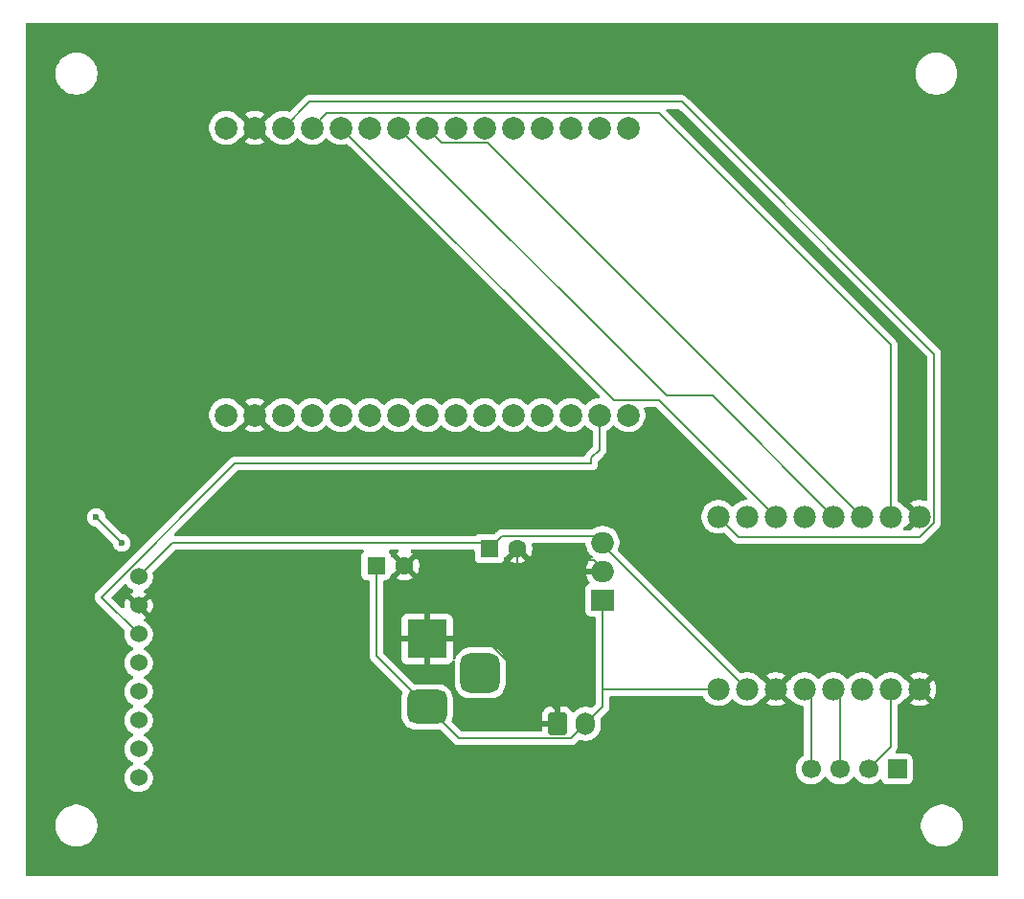
<source format=gbr>
%TF.GenerationSoftware,KiCad,Pcbnew,9.0.1-9.0.1-0~ubuntu22.04.1*%
%TF.CreationDate,2025-05-01T16:45:02+02:00*%
%TF.ProjectId,pcb,7063622e-6b69-4636-9164-5f7063625858,rev?*%
%TF.SameCoordinates,Original*%
%TF.FileFunction,Copper,L2,Bot*%
%TF.FilePolarity,Positive*%
%FSLAX46Y46*%
G04 Gerber Fmt 4.6, Leading zero omitted, Abs format (unit mm)*
G04 Created by KiCad (PCBNEW 9.0.1-9.0.1-0~ubuntu22.04.1) date 2025-05-01 16:45:02*
%MOMM*%
%LPD*%
G01*
G04 APERTURE LIST*
G04 Aperture macros list*
%AMRoundRect*
0 Rectangle with rounded corners*
0 $1 Rounding radius*
0 $2 $3 $4 $5 $6 $7 $8 $9 X,Y pos of 4 corners*
0 Add a 4 corners polygon primitive as box body*
4,1,4,$2,$3,$4,$5,$6,$7,$8,$9,$2,$3,0*
0 Add four circle primitives for the rounded corners*
1,1,$1+$1,$2,$3*
1,1,$1+$1,$4,$5*
1,1,$1+$1,$6,$7*
1,1,$1+$1,$8,$9*
0 Add four rect primitives between the rounded corners*
20,1,$1+$1,$2,$3,$4,$5,0*
20,1,$1+$1,$4,$5,$6,$7,0*
20,1,$1+$1,$6,$7,$8,$9,0*
20,1,$1+$1,$8,$9,$2,$3,0*%
G04 Aperture macros list end*
%TA.AperFunction,ComponentPad*%
%ADD10R,1.700000X1.700000*%
%TD*%
%TA.AperFunction,ComponentPad*%
%ADD11C,1.700000*%
%TD*%
%TA.AperFunction,ComponentPad*%
%ADD12R,1.600000X1.600000*%
%TD*%
%TA.AperFunction,ComponentPad*%
%ADD13C,1.600000*%
%TD*%
%TA.AperFunction,ComponentPad*%
%ADD14C,1.524000*%
%TD*%
%TA.AperFunction,ComponentPad*%
%ADD15R,2.000000X1.905000*%
%TD*%
%TA.AperFunction,ComponentPad*%
%ADD16O,2.000000X1.905000*%
%TD*%
%TA.AperFunction,ComponentPad*%
%ADD17R,3.500000X3.500000*%
%TD*%
%TA.AperFunction,ComponentPad*%
%ADD18RoundRect,0.750000X1.000000X-0.750000X1.000000X0.750000X-1.000000X0.750000X-1.000000X-0.750000X0*%
%TD*%
%TA.AperFunction,ComponentPad*%
%ADD19RoundRect,0.875000X0.875000X-0.875000X0.875000X0.875000X-0.875000X0.875000X-0.875000X-0.875000X0*%
%TD*%
%TA.AperFunction,ComponentPad*%
%ADD20C,1.980000*%
%TD*%
%TA.AperFunction,ComponentPad*%
%ADD21C,2.000000*%
%TD*%
%TA.AperFunction,ComponentPad*%
%ADD22RoundRect,0.250000X-0.600000X-0.750000X0.600000X-0.750000X0.600000X0.750000X-0.600000X0.750000X0*%
%TD*%
%TA.AperFunction,ComponentPad*%
%ADD23O,1.700000X2.000000*%
%TD*%
%TA.AperFunction,ViaPad*%
%ADD24C,0.600000*%
%TD*%
%TA.AperFunction,Conductor*%
%ADD25C,0.200000*%
%TD*%
G04 APERTURE END LIST*
D10*
%TO.P,J4,1,Pin_1*%
%TO.N,Net-(J4-Pin_1)*%
X188540000Y-115000000D03*
D11*
%TO.P,J4,2,Pin_2*%
%TO.N,Net-(J4-Pin_2)*%
X186000000Y-115000000D03*
%TO.P,J4,3,Pin_3*%
%TO.N,Net-(J4-Pin_3)*%
X183460000Y-115000000D03*
%TO.P,J4,4,Pin_4*%
%TO.N,Net-(J4-Pin_4)*%
X180920000Y-115000000D03*
%TD*%
D12*
%TO.P,C1,1*%
%TO.N,Net-(J2-Pin_2)*%
X142500000Y-97000000D03*
D13*
%TO.P,C1,2*%
%TO.N,GND*%
X145000000Y-97000000D03*
%TD*%
D14*
%TO.P,U2,1,VCC*%
%TO.N,Net-(U1-VIN)*%
X121495000Y-97999000D03*
%TO.P,U2,2,GND*%
%TO.N,GND*%
X121495000Y-100539000D03*
%TO.P,U2,3,SCL*%
%TO.N,Net-(U1-D22)*%
X121495000Y-103079000D03*
%TO.P,U2,4,SDA*%
%TO.N,Net-(U1-D21)*%
X121495000Y-105619000D03*
%TO.P,U2,5,XDA*%
%TO.N,unconnected-(U2-XDA-Pad5)*%
X121495000Y-108159000D03*
%TO.P,U2,6,XCL*%
%TO.N,unconnected-(U2-XCL-Pad6)*%
X121495000Y-110699000D03*
%TO.P,U2,7,ADD*%
%TO.N,unconnected-(U2-ADD-Pad7)*%
X121495000Y-113239000D03*
%TO.P,U2,8,INT*%
%TO.N,unconnected-(U2-INT-Pad8)*%
X121495000Y-115779000D03*
%TD*%
D15*
%TO.P,U3,1,VI*%
%TO.N,Net-(J2-Pin_2)*%
X162500000Y-100040000D03*
D16*
%TO.P,U3,2,GND*%
%TO.N,GND*%
X162500000Y-97500000D03*
%TO.P,U3,3,VO*%
%TO.N,Net-(U1-VIN)*%
X162500000Y-94960000D03*
%TD*%
D17*
%TO.P,J3,1*%
%TO.N,GND*%
X147000000Y-103500000D03*
D18*
%TO.P,J3,2*%
%TO.N,Net-(J2-Pin_2)*%
X147000000Y-109500000D03*
D19*
%TO.P,J3,3*%
%TO.N,unconnected-(J3-Pad3)*%
X151700000Y-106500000D03*
%TD*%
D20*
%TO.P,U4,1,VM*%
%TO.N,Net-(J2-Pin_2)*%
X172730000Y-107930000D03*
%TO.P,U4,2,VCC*%
%TO.N,Net-(U1-VIN)*%
X175270000Y-107930000D03*
%TO.P,U4,3,GND*%
%TO.N,GND*%
X177810000Y-107930000D03*
%TO.P,U4,4,A01*%
%TO.N,Net-(J4-Pin_4)*%
X180350000Y-107930000D03*
%TO.P,U4,5,A02*%
%TO.N,Net-(J4-Pin_3)*%
X182890000Y-107930000D03*
%TO.P,U4,6,B02*%
%TO.N,Net-(J4-Pin_1)*%
X185430000Y-107930000D03*
%TO.P,U4,7,B01*%
%TO.N,Net-(J4-Pin_2)*%
X187970000Y-107930000D03*
%TO.P,U4,8,GND*%
%TO.N,GND*%
X190510000Y-107930000D03*
%TO.P,U4,9,GND*%
X190510000Y-92690000D03*
%TO.P,U4,10,PWMB*%
%TO.N,Net-(U1-D12)*%
X187970000Y-92690000D03*
%TO.P,U4,11,BI2*%
%TO.N,Net-(U1-D25)*%
X185430000Y-92690000D03*
%TO.P,U4,12,BI1*%
%TO.N,Net-(U1-D26)*%
X182890000Y-92690000D03*
%TO.P,U4,13,STBY*%
%TO.N,Net-(U1-D33)*%
X180350000Y-92690000D03*
%TO.P,U4,14,AI1*%
%TO.N,Net-(U1-D14)*%
X177810000Y-92690000D03*
%TO.P,U4,15,AI2*%
%TO.N,Net-(U1-D27)*%
X175270000Y-92690000D03*
%TO.P,U4,16,PWMA*%
%TO.N,Net-(U1-D13)*%
X172730000Y-92690000D03*
%TD*%
D21*
%TO.P,U1,1,3V3*%
%TO.N,unconnected-(U1-3V3-Pad1)*%
X129220000Y-83700000D03*
%TO.P,U1,2,GND*%
%TO.N,GND*%
X131760000Y-83700000D03*
%TO.P,U1,3,D15*%
%TO.N,unconnected-(U1-D15-Pad3)*%
X134300000Y-83700000D03*
%TO.P,U1,4,D2*%
%TO.N,unconnected-(U1-D2-Pad4)*%
X136840000Y-83700000D03*
%TO.P,U1,5,D4*%
%TO.N,unconnected-(U1-D4-Pad5)*%
X139380000Y-83700000D03*
%TO.P,U1,6,RX2/D16*%
%TO.N,unconnected-(U1-RX2{slash}D16-Pad6)*%
X141920000Y-83700000D03*
%TO.P,U1,7,TX2/D17*%
%TO.N,unconnected-(U1-TX2{slash}D17-Pad7)*%
X144460000Y-83700000D03*
%TO.P,U1,8,D5*%
%TO.N,unconnected-(U1-D5-Pad8)*%
X147000000Y-83700000D03*
%TO.P,U1,9,D18*%
%TO.N,unconnected-(U1-D18-Pad9)*%
X149540000Y-83700000D03*
%TO.P,U1,10,D19*%
%TO.N,unconnected-(U1-D19-Pad10)*%
X152080000Y-83700000D03*
%TO.P,U1,11,D21*%
%TO.N,Net-(U1-D21)*%
X154620000Y-83700000D03*
%TO.P,U1,12,RX0/D3*%
%TO.N,unconnected-(U1-RX0{slash}D3-Pad12)*%
X157160000Y-83700000D03*
%TO.P,U1,13,TX0/D1*%
%TO.N,unconnected-(U1-TX0{slash}D1-Pad13)*%
X159700000Y-83700000D03*
%TO.P,U1,14,D22*%
%TO.N,Net-(U1-D22)*%
X162240000Y-83700000D03*
%TO.P,U1,15,D23*%
%TO.N,unconnected-(U1-D23-Pad15)*%
X164780000Y-83700000D03*
%TO.P,U1,16,EN*%
%TO.N,unconnected-(U1-EN-Pad16)*%
X164780000Y-58300000D03*
%TO.P,U1,17,VP*%
%TO.N,unconnected-(U1-VP-Pad17)*%
X162240000Y-58300000D03*
%TO.P,U1,18,VN*%
%TO.N,unconnected-(U1-VN-Pad18)*%
X159700000Y-58300000D03*
%TO.P,U1,19,D34*%
%TO.N,unconnected-(U1-D34-Pad19)*%
X157160000Y-58300000D03*
%TO.P,U1,20,D35*%
%TO.N,unconnected-(U1-D35-Pad20)*%
X154620000Y-58300000D03*
%TO.P,U1,21,D32*%
%TO.N,unconnected-(U1-D32-Pad21)*%
X152080000Y-58300000D03*
%TO.P,U1,22,D33*%
%TO.N,Net-(U1-D33)*%
X149540000Y-58300000D03*
%TO.P,U1,23,D25*%
%TO.N,Net-(U1-D25)*%
X147000000Y-58300000D03*
%TO.P,U1,24,D26*%
%TO.N,Net-(U1-D26)*%
X144460000Y-58300000D03*
%TO.P,U1,25,D27*%
%TO.N,Net-(U1-D27)*%
X141920000Y-58300000D03*
%TO.P,U1,26,D14*%
%TO.N,Net-(U1-D14)*%
X139380000Y-58300000D03*
%TO.P,U1,27,D12*%
%TO.N,Net-(U1-D12)*%
X136840000Y-58300000D03*
%TO.P,U1,28,D13*%
%TO.N,Net-(U1-D13)*%
X134300000Y-58300000D03*
%TO.P,U1,29,GND*%
%TO.N,GND*%
X131760000Y-58300000D03*
%TO.P,U1,30,VIN*%
%TO.N,Net-(U1-VIN)*%
X129220000Y-58300000D03*
%TD*%
D22*
%TO.P,J2,1,Pin_1*%
%TO.N,GND*%
X158500000Y-111000000D03*
D23*
%TO.P,J2,2,Pin_2*%
%TO.N,Net-(J2-Pin_2)*%
X161000000Y-111000000D03*
%TD*%
D12*
%TO.P,C2,1*%
%TO.N,Net-(U1-VIN)*%
X152500000Y-95500000D03*
D13*
%TO.P,C2,2*%
%TO.N,GND*%
X155000000Y-95500000D03*
%TD*%
D24*
%TO.N,Net-(U1-VIN)*%
X117750000Y-92750000D03*
X120000000Y-95000000D03*
%TD*%
D25*
%TO.N,GND*%
X155000000Y-95500000D02*
X155000000Y-100620412D01*
X147000000Y-103500000D02*
X147000000Y-99000000D01*
X162500000Y-97300000D02*
X161700000Y-96500000D01*
X156000000Y-96500000D02*
X155000000Y-95500000D01*
X158500000Y-109879588D02*
X152120412Y-103500000D01*
X147000000Y-99000000D02*
X145000000Y-97000000D01*
X158500000Y-111000000D02*
X158500000Y-109879588D01*
X161700000Y-96500000D02*
X156000000Y-96500000D01*
X155000000Y-100620412D02*
X152120412Y-103500000D01*
X152120412Y-103500000D02*
X147000000Y-103500000D01*
%TO.N,Net-(J2-Pin_2)*%
X162500000Y-108000000D02*
X162500000Y-109500000D01*
X161000000Y-111000000D02*
X159699000Y-112301000D01*
X147000000Y-109500000D02*
X142500000Y-105000000D01*
X162500000Y-99840000D02*
X162500000Y-108000000D01*
X162570000Y-107930000D02*
X162500000Y-108000000D01*
X172730000Y-107930000D02*
X162570000Y-107930000D01*
X162500000Y-109500000D02*
X161000000Y-111000000D01*
X142500000Y-105000000D02*
X142500000Y-97000000D01*
X149801000Y-112301000D02*
X147000000Y-109500000D01*
X159699000Y-112301000D02*
X149801000Y-112301000D01*
%TO.N,Net-(U1-VIN)*%
X124494000Y-95000000D02*
X121495000Y-97999000D01*
X153601000Y-94399000D02*
X152500000Y-95500000D01*
X152000000Y-95000000D02*
X124494000Y-95000000D01*
X161939000Y-94399000D02*
X153601000Y-94399000D01*
X175270000Y-107930000D02*
X162500000Y-95160000D01*
X117750000Y-92750000D02*
X120000000Y-95000000D01*
X162500000Y-94960000D02*
X161939000Y-94399000D01*
X152500000Y-95500000D02*
X152000000Y-95000000D01*
X162500000Y-95160000D02*
X162500000Y-94960000D01*
%TO.N,Net-(U1-D22)*%
X129990690Y-88000000D02*
X161500000Y-88000000D01*
X118203345Y-99787345D02*
X129990690Y-88000000D01*
X121495000Y-103079000D02*
X118203345Y-99787345D01*
X161500000Y-87500000D02*
X162240000Y-86760000D01*
X162240000Y-86760000D02*
X162240000Y-83700000D01*
X161500000Y-88000000D02*
X161500000Y-87500000D01*
%TO.N,Net-(U1-D25)*%
X148301000Y-59601000D02*
X147000000Y-58300000D01*
X185430000Y-92690000D02*
X152341000Y-59601000D01*
X152341000Y-59601000D02*
X148301000Y-59601000D01*
%TO.N,Net-(U1-D13)*%
X190525750Y-94500000D02*
X191801000Y-93224750D01*
X169500000Y-56000000D02*
X136600000Y-56000000D01*
X191801000Y-93224750D02*
X191801000Y-78301000D01*
X136600000Y-56000000D02*
X134300000Y-58300000D01*
X174540000Y-94500000D02*
X190525750Y-94500000D01*
X191801000Y-78301000D02*
X169500000Y-56000000D01*
X172730000Y-92690000D02*
X174540000Y-94500000D01*
%TO.N,Net-(U1-D12)*%
X167499000Y-56999000D02*
X138141000Y-56999000D01*
X187970000Y-92690000D02*
X187970000Y-77470000D01*
X187970000Y-77470000D02*
X167499000Y-56999000D01*
X138141000Y-56999000D02*
X136840000Y-58300000D01*
%TO.N,Net-(U1-D14)*%
X163479000Y-82399000D02*
X139380000Y-58300000D01*
X177810000Y-92690000D02*
X167519000Y-82399000D01*
X167519000Y-82399000D02*
X163479000Y-82399000D01*
%TO.N,Net-(U1-D26)*%
X172200000Y-82000000D02*
X168160000Y-82000000D01*
X168160000Y-82000000D02*
X144460000Y-58300000D01*
X182890000Y-92690000D02*
X172200000Y-82000000D01*
%TO.N,Net-(J4-Pin_4)*%
X180920000Y-108500000D02*
X180350000Y-107930000D01*
X180920000Y-115000000D02*
X180920000Y-108500000D01*
%TO.N,Net-(J4-Pin_3)*%
X183460000Y-115000000D02*
X183460000Y-108500000D01*
X183460000Y-108500000D02*
X182890000Y-107930000D01*
%TO.N,Net-(J4-Pin_2)*%
X186000000Y-115000000D02*
X187970000Y-113030000D01*
X187970000Y-113030000D02*
X187970000Y-107930000D01*
%TD*%
%TA.AperFunction,Conductor*%
%TO.N,GND*%
G36*
X160948778Y-95019185D02*
G01*
X160994533Y-95071989D01*
X161004211Y-95104099D01*
X161013353Y-95161817D01*
X161035278Y-95300246D01*
X161035278Y-95300249D01*
X161105950Y-95517755D01*
X161169090Y-95641674D01*
X161209783Y-95721538D01*
X161344214Y-95906566D01*
X161505934Y-96068286D01*
X161590864Y-96129991D01*
X161633529Y-96185321D01*
X161639508Y-96254935D01*
X161606902Y-96316730D01*
X161590864Y-96330627D01*
X161506257Y-96392097D01*
X161344597Y-96553757D01*
X161210211Y-96738723D01*
X161106417Y-96942429D01*
X161035765Y-97159871D01*
X161021491Y-97250000D01*
X162009252Y-97250000D01*
X161987482Y-97287708D01*
X161950000Y-97427591D01*
X161950000Y-97572409D01*
X161987482Y-97712292D01*
X162009252Y-97750000D01*
X161021491Y-97750000D01*
X161035765Y-97840128D01*
X161106417Y-98057570D01*
X161210213Y-98261279D01*
X161343011Y-98444060D01*
X161366491Y-98509866D01*
X161350666Y-98577920D01*
X161300560Y-98626615D01*
X161286026Y-98633127D01*
X161257671Y-98643702D01*
X161257664Y-98643706D01*
X161142455Y-98729952D01*
X161142452Y-98729955D01*
X161056206Y-98845164D01*
X161056202Y-98845171D01*
X161005908Y-98980017D01*
X160999501Y-99039616D01*
X160999501Y-99039623D01*
X160999500Y-99039635D01*
X160999500Y-101040370D01*
X160999501Y-101040376D01*
X161005908Y-101099983D01*
X161056202Y-101234828D01*
X161056206Y-101234835D01*
X161142452Y-101350044D01*
X161142455Y-101350047D01*
X161257664Y-101436293D01*
X161257671Y-101436297D01*
X161302618Y-101453061D01*
X161392517Y-101486591D01*
X161452127Y-101493000D01*
X161775500Y-101492999D01*
X161842539Y-101512683D01*
X161888294Y-101565487D01*
X161899500Y-101616999D01*
X161899500Y-107920939D01*
X161899499Y-107920943D01*
X161899499Y-108079057D01*
X161899500Y-108079060D01*
X161899500Y-109199902D01*
X161879815Y-109266941D01*
X161863181Y-109287583D01*
X161597736Y-109553027D01*
X161536413Y-109586512D01*
X161471737Y-109583277D01*
X161316240Y-109532753D01*
X161153141Y-109506921D01*
X161106287Y-109499500D01*
X160893713Y-109499500D01*
X160846859Y-109506921D01*
X160683760Y-109532753D01*
X160481585Y-109598444D01*
X160292179Y-109694951D01*
X160120215Y-109819889D01*
X159981035Y-109959069D01*
X159919712Y-109992553D01*
X159850020Y-109987569D01*
X159794087Y-109945697D01*
X159787815Y-109936484D01*
X159692315Y-109781654D01*
X159568345Y-109657684D01*
X159419124Y-109565643D01*
X159419119Y-109565641D01*
X159252697Y-109510494D01*
X159252690Y-109510493D01*
X159149986Y-109500000D01*
X158750000Y-109500000D01*
X158750000Y-110566988D01*
X158692993Y-110534075D01*
X158565826Y-110500000D01*
X158434174Y-110500000D01*
X158307007Y-110534075D01*
X158250000Y-110566988D01*
X158250000Y-109500000D01*
X157850028Y-109500000D01*
X157850012Y-109500001D01*
X157747302Y-109510494D01*
X157580880Y-109565641D01*
X157580875Y-109565643D01*
X157431654Y-109657684D01*
X157307684Y-109781654D01*
X157215643Y-109930875D01*
X157215641Y-109930880D01*
X157160494Y-110097302D01*
X157160493Y-110097309D01*
X157150000Y-110200013D01*
X157150000Y-110750000D01*
X158066988Y-110750000D01*
X158034075Y-110807007D01*
X158000000Y-110934174D01*
X158000000Y-111065826D01*
X158034075Y-111192993D01*
X158066988Y-111250000D01*
X157150001Y-111250000D01*
X157150001Y-111576500D01*
X157130316Y-111643539D01*
X157077512Y-111689294D01*
X157026001Y-111700500D01*
X150101097Y-111700500D01*
X150034058Y-111680815D01*
X150013416Y-111664181D01*
X149192374Y-110843139D01*
X149158889Y-110781816D01*
X149163873Y-110712124D01*
X149167144Y-110704205D01*
X149185096Y-110664683D01*
X149185096Y-110664679D01*
X149185098Y-110664677D01*
X149240094Y-110446420D01*
X149240094Y-110446419D01*
X149240096Y-110446412D01*
X149250500Y-110314217D01*
X149250499Y-109500000D01*
X149250499Y-108685791D01*
X149250498Y-108685783D01*
X149240096Y-108553588D01*
X149234278Y-108530500D01*
X149185097Y-108335321D01*
X149185096Y-108335318D01*
X149159527Y-108279026D01*
X149092007Y-108130374D01*
X149060297Y-108084603D01*
X148963825Y-107945354D01*
X148963822Y-107945350D01*
X148963819Y-107945346D01*
X148804654Y-107786181D01*
X148804650Y-107786178D01*
X148804645Y-107786174D01*
X148619632Y-107657997D01*
X148619630Y-107657995D01*
X148619626Y-107657993D01*
X148450062Y-107580974D01*
X148414681Y-107564903D01*
X148414678Y-107564902D01*
X148196420Y-107509905D01*
X148196413Y-107509904D01*
X148144914Y-107505851D01*
X148064217Y-107499500D01*
X148064215Y-107499500D01*
X145935793Y-107499500D01*
X145935764Y-107499502D01*
X145912068Y-107501366D01*
X145843692Y-107486999D01*
X145814664Y-107465429D01*
X143136819Y-104787584D01*
X143103334Y-104726261D01*
X143100500Y-104699903D01*
X143100500Y-101702155D01*
X144750000Y-101702155D01*
X144750000Y-103250000D01*
X145566988Y-103250000D01*
X145534075Y-103307007D01*
X145500000Y-103434174D01*
X145500000Y-103565826D01*
X145534075Y-103692993D01*
X145566988Y-103750000D01*
X144750000Y-103750000D01*
X144750000Y-105297844D01*
X144756401Y-105357372D01*
X144756403Y-105357379D01*
X144806645Y-105492086D01*
X144806649Y-105492093D01*
X144892809Y-105607187D01*
X144892812Y-105607190D01*
X145007906Y-105693350D01*
X145007913Y-105693354D01*
X145142620Y-105743596D01*
X145142627Y-105743598D01*
X145202155Y-105749999D01*
X145202172Y-105750000D01*
X146750000Y-105750000D01*
X146750000Y-104000000D01*
X147250000Y-104000000D01*
X147250000Y-105750000D01*
X148797828Y-105750000D01*
X148797844Y-105749999D01*
X148857372Y-105743598D01*
X148857379Y-105743596D01*
X148992086Y-105693354D01*
X148992093Y-105693350D01*
X149107187Y-105607190D01*
X149107190Y-105607187D01*
X149193350Y-105492093D01*
X149193354Y-105492086D01*
X149211515Y-105443395D01*
X149253386Y-105387461D01*
X149318850Y-105363044D01*
X149387123Y-105377895D01*
X149436529Y-105427300D01*
X149451522Y-105493306D01*
X149449501Y-105531344D01*
X149449500Y-105531386D01*
X149449500Y-107468613D01*
X149449501Y-107468652D01*
X149452295Y-107521243D01*
X149452295Y-107521244D01*
X149481910Y-107674367D01*
X149496755Y-107751126D01*
X149520005Y-107812734D01*
X149579425Y-107970189D01*
X149697929Y-108172131D01*
X149697934Y-108172138D01*
X149848856Y-108351141D01*
X149848858Y-108351143D01*
X150027861Y-108502065D01*
X150027868Y-108502070D01*
X150229810Y-108620574D01*
X150448874Y-108703245D01*
X150678759Y-108747705D01*
X150731378Y-108750500D01*
X150731386Y-108750500D01*
X152668614Y-108750500D01*
X152668622Y-108750500D01*
X152721241Y-108747705D01*
X152951126Y-108703245D01*
X153170190Y-108620574D01*
X153372132Y-108502070D01*
X153372257Y-108501965D01*
X153551141Y-108351143D01*
X153551143Y-108351141D01*
X153702065Y-108172138D01*
X153702065Y-108172137D01*
X153702070Y-108172132D01*
X153820574Y-107970190D01*
X153903245Y-107751126D01*
X153947705Y-107521241D01*
X153950500Y-107468622D01*
X153950500Y-105531378D01*
X153947705Y-105478759D01*
X153903245Y-105248874D01*
X153820574Y-105029810D01*
X153702070Y-104827868D01*
X153702065Y-104827861D01*
X153551143Y-104648858D01*
X153551141Y-104648856D01*
X153372138Y-104497934D01*
X153372131Y-104497929D01*
X153170189Y-104379425D01*
X153075493Y-104343689D01*
X152951126Y-104296755D01*
X152898050Y-104286490D01*
X152721243Y-104252295D01*
X152668652Y-104249501D01*
X152668629Y-104249500D01*
X152668622Y-104249500D01*
X150731378Y-104249500D01*
X150731370Y-104249500D01*
X150731347Y-104249501D01*
X150678756Y-104252295D01*
X150678755Y-104252295D01*
X150448878Y-104296754D01*
X150448876Y-104296754D01*
X150448874Y-104296755D01*
X150412683Y-104310413D01*
X150229810Y-104379425D01*
X150027868Y-104497929D01*
X150027861Y-104497934D01*
X149848858Y-104648856D01*
X149848856Y-104648858D01*
X149697934Y-104827861D01*
X149697929Y-104827868D01*
X149579425Y-105029810D01*
X149539967Y-105134370D01*
X149496755Y-105248874D01*
X149496754Y-105248876D01*
X149496754Y-105248878D01*
X149495744Y-105254101D01*
X149463688Y-105316183D01*
X149403156Y-105351078D01*
X149333368Y-105347709D01*
X149276480Y-105307144D01*
X149250554Y-105242262D01*
X149250000Y-105230555D01*
X149250000Y-103750000D01*
X148433012Y-103750000D01*
X148465925Y-103692993D01*
X148500000Y-103565826D01*
X148500000Y-103434174D01*
X148465925Y-103307007D01*
X148433012Y-103250000D01*
X149250000Y-103250000D01*
X149250000Y-101702172D01*
X149249999Y-101702155D01*
X149243598Y-101642627D01*
X149243596Y-101642620D01*
X149193354Y-101507913D01*
X149193350Y-101507906D01*
X149107190Y-101392812D01*
X149107187Y-101392809D01*
X148992093Y-101306649D01*
X148992086Y-101306645D01*
X148857379Y-101256403D01*
X148857372Y-101256401D01*
X148797844Y-101250000D01*
X147250000Y-101250000D01*
X147250000Y-103000000D01*
X146750000Y-103000000D01*
X146750000Y-101250000D01*
X145202155Y-101250000D01*
X145142627Y-101256401D01*
X145142620Y-101256403D01*
X145007913Y-101306645D01*
X145007906Y-101306649D01*
X144892812Y-101392809D01*
X144892809Y-101392812D01*
X144806649Y-101507906D01*
X144806645Y-101507913D01*
X144756403Y-101642620D01*
X144756401Y-101642627D01*
X144750000Y-101702155D01*
X143100500Y-101702155D01*
X143100500Y-98424499D01*
X143120185Y-98357460D01*
X143172989Y-98311705D01*
X143224500Y-98300499D01*
X143347871Y-98300499D01*
X143347872Y-98300499D01*
X143407483Y-98294091D01*
X143542331Y-98243796D01*
X143657546Y-98157546D01*
X143743796Y-98042331D01*
X143794091Y-97907483D01*
X143800500Y-97847873D01*
X143800499Y-97835612D01*
X143804075Y-97821052D01*
X143814342Y-97803380D01*
X143820067Y-97783760D01*
X143831539Y-97773783D01*
X143839177Y-97760640D01*
X143857367Y-97751325D01*
X143872792Y-97737913D01*
X143889280Y-97734984D01*
X143901367Y-97728795D01*
X143916018Y-97730234D01*
X143916254Y-97730192D01*
X144600000Y-97046446D01*
X144600000Y-97052661D01*
X144627259Y-97154394D01*
X144679920Y-97245606D01*
X144754394Y-97320080D01*
X144845606Y-97372741D01*
X144947339Y-97400000D01*
X144953553Y-97400000D01*
X144274076Y-98079474D01*
X144318650Y-98111859D01*
X144500968Y-98204755D01*
X144695582Y-98267990D01*
X144897683Y-98300000D01*
X145102317Y-98300000D01*
X145304417Y-98267990D01*
X145499031Y-98204755D01*
X145681349Y-98111859D01*
X145725921Y-98079474D01*
X145046447Y-97400000D01*
X145052661Y-97400000D01*
X145154394Y-97372741D01*
X145245606Y-97320080D01*
X145320080Y-97245606D01*
X145372741Y-97154394D01*
X145400000Y-97052661D01*
X145400000Y-97046448D01*
X146079474Y-97725922D01*
X146079474Y-97725921D01*
X146111859Y-97681349D01*
X146204755Y-97499031D01*
X146267990Y-97304417D01*
X146300000Y-97102317D01*
X146300000Y-96897682D01*
X146267990Y-96695582D01*
X146204755Y-96500968D01*
X146111859Y-96318650D01*
X146079474Y-96274077D01*
X146079474Y-96274076D01*
X145400000Y-96953551D01*
X145400000Y-96947339D01*
X145372741Y-96845606D01*
X145320080Y-96754394D01*
X145245606Y-96679920D01*
X145154394Y-96627259D01*
X145052661Y-96600000D01*
X145046446Y-96600000D01*
X145725922Y-95920524D01*
X145725921Y-95920523D01*
X145681359Y-95888147D01*
X145681350Y-95888141D01*
X145577025Y-95834985D01*
X145526229Y-95787011D01*
X145509434Y-95719190D01*
X145531971Y-95653055D01*
X145586686Y-95609603D01*
X145633320Y-95600500D01*
X151075501Y-95600500D01*
X151142540Y-95620185D01*
X151188295Y-95672989D01*
X151199501Y-95724500D01*
X151199501Y-96347876D01*
X151205908Y-96407483D01*
X151256202Y-96542328D01*
X151256206Y-96542335D01*
X151342452Y-96657544D01*
X151342455Y-96657547D01*
X151457664Y-96743793D01*
X151457671Y-96743797D01*
X151592517Y-96794091D01*
X151592516Y-96794091D01*
X151599444Y-96794835D01*
X151652127Y-96800500D01*
X153347872Y-96800499D01*
X153407483Y-96794091D01*
X153542331Y-96743796D01*
X153657546Y-96657546D01*
X153743796Y-96542331D01*
X153794091Y-96407483D01*
X153800500Y-96347873D01*
X153800499Y-96335613D01*
X153804075Y-96321052D01*
X153814342Y-96303380D01*
X153820067Y-96283760D01*
X153831539Y-96273783D01*
X153839177Y-96260640D01*
X153857367Y-96251325D01*
X153872792Y-96237913D01*
X153889280Y-96234984D01*
X153901367Y-96228795D01*
X153916018Y-96230234D01*
X153916254Y-96230192D01*
X154600000Y-95546446D01*
X154600000Y-95552661D01*
X154627259Y-95654394D01*
X154679920Y-95745606D01*
X154754394Y-95820080D01*
X154845606Y-95872741D01*
X154947339Y-95900000D01*
X154953553Y-95900000D01*
X154274076Y-96579474D01*
X154318650Y-96611859D01*
X154500968Y-96704755D01*
X154695582Y-96767990D01*
X154897683Y-96800000D01*
X155102317Y-96800000D01*
X155304417Y-96767990D01*
X155499031Y-96704755D01*
X155681349Y-96611859D01*
X155725921Y-96579474D01*
X155046447Y-95900000D01*
X155052661Y-95900000D01*
X155154394Y-95872741D01*
X155245606Y-95820080D01*
X155320080Y-95745606D01*
X155372741Y-95654394D01*
X155400000Y-95552661D01*
X155400000Y-95546447D01*
X156079474Y-96225921D01*
X156111859Y-96181349D01*
X156204755Y-95999031D01*
X156267990Y-95804417D01*
X156300000Y-95602317D01*
X156300000Y-95397682D01*
X156267989Y-95195581D01*
X156267988Y-95195574D01*
X156257020Y-95161817D01*
X156255025Y-95091976D01*
X156291106Y-95032144D01*
X156353807Y-95001316D01*
X156374951Y-94999500D01*
X160881739Y-94999500D01*
X160948778Y-95019185D01*
G37*
%TD.AperFunction*%
%TA.AperFunction,Conductor*%
G36*
X120345891Y-98596546D02*
G01*
X120401824Y-98638418D01*
X120413041Y-98656433D01*
X120415209Y-98660689D01*
X120415213Y-98660694D01*
X120532019Y-98821464D01*
X120672536Y-98961981D01*
X120833306Y-99078787D01*
X120990332Y-99158796D01*
X121041127Y-99206769D01*
X121057922Y-99274590D01*
X121035385Y-99340725D01*
X120990332Y-99379764D01*
X120833566Y-99459641D01*
X120796283Y-99486729D01*
X120796282Y-99486730D01*
X121467554Y-100158000D01*
X121444840Y-100158000D01*
X121347939Y-100183964D01*
X121261060Y-100234124D01*
X121190124Y-100305060D01*
X121139964Y-100391939D01*
X121114000Y-100488840D01*
X121114000Y-100511553D01*
X120442730Y-99840282D01*
X120442729Y-99840283D01*
X120415643Y-99877564D01*
X120325457Y-100054562D01*
X120264075Y-100243476D01*
X120264075Y-100243479D01*
X120233000Y-100439678D01*
X120233000Y-100638321D01*
X120235298Y-100652830D01*
X120226343Y-100722123D01*
X120181347Y-100775575D01*
X120114596Y-100796215D01*
X120047282Y-100777490D01*
X120025144Y-100759909D01*
X119140260Y-99875025D01*
X119106775Y-99813702D01*
X119111759Y-99744010D01*
X119140256Y-99699668D01*
X120214878Y-98625045D01*
X120276199Y-98591562D01*
X120345891Y-98596546D01*
G37*
%TD.AperFunction*%
%TA.AperFunction,Conductor*%
G36*
X144433719Y-95620185D02*
G01*
X144479474Y-95672989D01*
X144489418Y-95742147D01*
X144460393Y-95805703D01*
X144422975Y-95834985D01*
X144318644Y-95888143D01*
X144274077Y-95920523D01*
X144274077Y-95920524D01*
X144953554Y-96600000D01*
X144947339Y-96600000D01*
X144845606Y-96627259D01*
X144754394Y-96679920D01*
X144679920Y-96754394D01*
X144627259Y-96845606D01*
X144600000Y-96947339D01*
X144600000Y-96953553D01*
X143915513Y-96269066D01*
X143865849Y-96258633D01*
X143816093Y-96209581D01*
X143802048Y-96155362D01*
X143800900Y-96155423D01*
X143800854Y-96155429D01*
X143800853Y-96155426D01*
X143800676Y-96155436D01*
X143800499Y-96152135D01*
X143800499Y-96152128D01*
X143794091Y-96092517D01*
X143785053Y-96068286D01*
X143743797Y-95957671D01*
X143743793Y-95957664D01*
X143657547Y-95842455D01*
X143647568Y-95834985D01*
X143632581Y-95823765D01*
X143590712Y-95767832D01*
X143585728Y-95698140D01*
X143619214Y-95636818D01*
X143680538Y-95603333D01*
X143706894Y-95600500D01*
X144366680Y-95600500D01*
X144433719Y-95620185D01*
G37*
%TD.AperFunction*%
%TA.AperFunction,Conductor*%
G36*
X189925116Y-93002627D02*
G01*
X189997345Y-93110725D01*
X190089275Y-93202655D01*
X190197373Y-93274884D01*
X190254858Y-93298695D01*
X189690373Y-93863181D01*
X189629050Y-93896666D01*
X189602692Y-93899500D01*
X189167748Y-93899500D01*
X189152353Y-93894979D01*
X189136314Y-93895450D01*
X189119516Y-93885337D01*
X189100709Y-93879815D01*
X189090203Y-93867690D01*
X189076455Y-93859414D01*
X189067791Y-93841825D01*
X189054954Y-93827011D01*
X189052670Y-93811130D01*
X189045580Y-93796736D01*
X189047800Y-93777258D01*
X189045010Y-93757853D01*
X189051765Y-93742466D01*
X189053493Y-93727316D01*
X189067672Y-93706240D01*
X189071696Y-93697078D01*
X189075646Y-93692239D01*
X189106890Y-93660996D01*
X189153228Y-93597216D01*
X189155429Y-93594521D01*
X189181480Y-93576679D01*
X189206490Y-93557393D01*
X189210505Y-93556801D01*
X189213075Y-93555041D01*
X189224768Y-93554698D01*
X189261211Y-93549325D01*
X189294499Y-93551945D01*
X189901304Y-92945140D01*
X189925116Y-93002627D01*
G37*
%TD.AperFunction*%
%TA.AperFunction,Conductor*%
G36*
X169266942Y-56620185D02*
G01*
X169287584Y-56636819D01*
X191164181Y-78513416D01*
X191197666Y-78574739D01*
X191200500Y-78601097D01*
X191200500Y-91177006D01*
X191180815Y-91244045D01*
X191128011Y-91289800D01*
X191058853Y-91299744D01*
X191038182Y-91294937D01*
X190858912Y-91236689D01*
X190627265Y-91200000D01*
X190392735Y-91200000D01*
X190161090Y-91236689D01*
X189938034Y-91309164D01*
X189729068Y-91415639D01*
X189648053Y-91474498D01*
X189648053Y-91474499D01*
X190254858Y-92081304D01*
X190197373Y-92105116D01*
X190089275Y-92177345D01*
X189997345Y-92269275D01*
X189925116Y-92377373D01*
X189901304Y-92434858D01*
X189294499Y-91828053D01*
X189261210Y-91830673D01*
X189192833Y-91816309D01*
X189151162Y-91779940D01*
X189106890Y-91719005D01*
X189106890Y-91719004D01*
X188940996Y-91553110D01*
X188940994Y-91553108D01*
X188940989Y-91553104D01*
X188751193Y-91415210D01*
X188638204Y-91357638D01*
X188587409Y-91309663D01*
X188570500Y-91247154D01*
X188570500Y-77559059D01*
X188570501Y-77559046D01*
X188570501Y-77390945D01*
X188570501Y-77390943D01*
X188529577Y-77238215D01*
X188500639Y-77188095D01*
X188450520Y-77101284D01*
X188338716Y-76989480D01*
X188338715Y-76989479D01*
X188334385Y-76985149D01*
X188334374Y-76985139D01*
X168161416Y-56812181D01*
X168127931Y-56750858D01*
X168132915Y-56681166D01*
X168174787Y-56625233D01*
X168240251Y-56600816D01*
X168249097Y-56600500D01*
X169199903Y-56600500D01*
X169266942Y-56620185D01*
G37*
%TD.AperFunction*%
%TA.AperFunction,Conductor*%
G36*
X197442539Y-49020185D02*
G01*
X197488294Y-49072989D01*
X197499500Y-49124500D01*
X197499500Y-124375500D01*
X197479815Y-124442539D01*
X197427011Y-124488294D01*
X197375500Y-124499500D01*
X111624500Y-124499500D01*
X111557461Y-124479815D01*
X111511706Y-124427011D01*
X111500500Y-124375500D01*
X111500500Y-119878711D01*
X114149500Y-119878711D01*
X114149500Y-120121288D01*
X114181161Y-120361785D01*
X114243947Y-120596104D01*
X114336773Y-120820205D01*
X114336776Y-120820212D01*
X114458064Y-121030289D01*
X114458066Y-121030292D01*
X114458067Y-121030293D01*
X114605733Y-121222736D01*
X114605739Y-121222743D01*
X114777256Y-121394260D01*
X114777262Y-121394265D01*
X114969711Y-121541936D01*
X115179788Y-121663224D01*
X115403900Y-121756054D01*
X115638211Y-121818838D01*
X115818586Y-121842584D01*
X115878711Y-121850500D01*
X115878712Y-121850500D01*
X116121289Y-121850500D01*
X116169388Y-121844167D01*
X116361789Y-121818838D01*
X116596100Y-121756054D01*
X116820212Y-121663224D01*
X117030289Y-121541936D01*
X117222738Y-121394265D01*
X117394265Y-121222738D01*
X117541936Y-121030289D01*
X117663224Y-120820212D01*
X117756054Y-120596100D01*
X117818838Y-120361789D01*
X117850500Y-120121288D01*
X117850500Y-119878712D01*
X117850500Y-119878711D01*
X190649500Y-119878711D01*
X190649500Y-120121288D01*
X190681161Y-120361785D01*
X190743947Y-120596104D01*
X190836773Y-120820205D01*
X190836776Y-120820212D01*
X190958064Y-121030289D01*
X190958066Y-121030292D01*
X190958067Y-121030293D01*
X191105733Y-121222736D01*
X191105739Y-121222743D01*
X191277256Y-121394260D01*
X191277262Y-121394265D01*
X191469711Y-121541936D01*
X191679788Y-121663224D01*
X191903900Y-121756054D01*
X192138211Y-121818838D01*
X192318586Y-121842584D01*
X192378711Y-121850500D01*
X192378712Y-121850500D01*
X192621289Y-121850500D01*
X192669388Y-121844167D01*
X192861789Y-121818838D01*
X193096100Y-121756054D01*
X193320212Y-121663224D01*
X193530289Y-121541936D01*
X193722738Y-121394265D01*
X193894265Y-121222738D01*
X194041936Y-121030289D01*
X194163224Y-120820212D01*
X194256054Y-120596100D01*
X194318838Y-120361789D01*
X194350500Y-120121288D01*
X194350500Y-119878712D01*
X194318838Y-119638211D01*
X194256054Y-119403900D01*
X194163224Y-119179788D01*
X194041936Y-118969711D01*
X193894265Y-118777262D01*
X193894260Y-118777256D01*
X193722743Y-118605739D01*
X193722736Y-118605733D01*
X193530293Y-118458067D01*
X193530292Y-118458066D01*
X193530289Y-118458064D01*
X193320212Y-118336776D01*
X193320205Y-118336773D01*
X193096104Y-118243947D01*
X192861785Y-118181161D01*
X192621289Y-118149500D01*
X192621288Y-118149500D01*
X192378712Y-118149500D01*
X192378711Y-118149500D01*
X192138214Y-118181161D01*
X191903895Y-118243947D01*
X191679794Y-118336773D01*
X191679785Y-118336777D01*
X191469706Y-118458067D01*
X191277263Y-118605733D01*
X191277256Y-118605739D01*
X191105739Y-118777256D01*
X191105733Y-118777263D01*
X190958067Y-118969706D01*
X190836777Y-119179785D01*
X190836773Y-119179794D01*
X190743947Y-119403895D01*
X190681161Y-119638214D01*
X190649500Y-119878711D01*
X117850500Y-119878711D01*
X117818838Y-119638211D01*
X117756054Y-119403900D01*
X117663224Y-119179788D01*
X117541936Y-118969711D01*
X117394265Y-118777262D01*
X117394260Y-118777256D01*
X117222743Y-118605739D01*
X117222736Y-118605733D01*
X117030293Y-118458067D01*
X117030292Y-118458066D01*
X117030289Y-118458064D01*
X116820212Y-118336776D01*
X116820205Y-118336773D01*
X116596104Y-118243947D01*
X116361785Y-118181161D01*
X116121289Y-118149500D01*
X116121288Y-118149500D01*
X115878712Y-118149500D01*
X115878711Y-118149500D01*
X115638214Y-118181161D01*
X115403895Y-118243947D01*
X115179794Y-118336773D01*
X115179785Y-118336777D01*
X114969706Y-118458067D01*
X114777263Y-118605733D01*
X114777256Y-118605739D01*
X114605739Y-118777256D01*
X114605733Y-118777263D01*
X114458067Y-118969706D01*
X114336777Y-119179785D01*
X114336773Y-119179794D01*
X114243947Y-119403895D01*
X114181161Y-119638214D01*
X114149500Y-119878711D01*
X111500500Y-119878711D01*
X111500500Y-99866399D01*
X117602843Y-99866399D01*
X117605835Y-99877564D01*
X117643768Y-100019130D01*
X117722826Y-100156061D01*
X117722828Y-100156063D01*
X120231237Y-102664472D01*
X120264722Y-102725795D01*
X120264160Y-102778522D01*
X120264349Y-102778552D01*
X120264146Y-102779831D01*
X120264133Y-102781087D01*
X120263587Y-102783360D01*
X120232500Y-102979639D01*
X120232500Y-103178361D01*
X120243847Y-103250000D01*
X120263587Y-103374637D01*
X120324993Y-103563629D01*
X120324994Y-103563632D01*
X120390908Y-103692993D01*
X120415213Y-103740694D01*
X120532019Y-103901464D01*
X120672536Y-104041981D01*
X120833306Y-104158787D01*
X120951832Y-104219179D01*
X120989780Y-104238515D01*
X121040576Y-104286490D01*
X121057371Y-104354311D01*
X121034833Y-104420446D01*
X120989780Y-104459485D01*
X120833305Y-104539213D01*
X120672533Y-104656021D01*
X120532021Y-104796533D01*
X120415213Y-104957305D01*
X120324994Y-105134367D01*
X120324993Y-105134370D01*
X120263587Y-105323362D01*
X120232500Y-105519639D01*
X120232500Y-105718360D01*
X120263587Y-105914637D01*
X120324993Y-106103629D01*
X120324994Y-106103632D01*
X120415213Y-106280694D01*
X120532019Y-106441464D01*
X120672536Y-106581981D01*
X120833306Y-106698787D01*
X120951832Y-106759179D01*
X120989780Y-106778515D01*
X121040576Y-106826490D01*
X121057371Y-106894311D01*
X121034833Y-106960446D01*
X120989780Y-106999485D01*
X120833305Y-107079213D01*
X120672533Y-107196021D01*
X120532021Y-107336533D01*
X120415213Y-107497305D01*
X120324994Y-107674367D01*
X120324993Y-107674370D01*
X120263587Y-107863362D01*
X120232500Y-108059639D01*
X120232500Y-108258361D01*
X120238433Y-108295819D01*
X120263587Y-108454637D01*
X120324993Y-108643629D01*
X120324994Y-108643632D01*
X120403340Y-108797393D01*
X120415213Y-108820694D01*
X120532019Y-108981464D01*
X120672536Y-109121981D01*
X120833306Y-109238787D01*
X120929073Y-109287583D01*
X120989780Y-109318515D01*
X121040576Y-109366490D01*
X121057371Y-109434311D01*
X121034833Y-109500446D01*
X120989780Y-109539485D01*
X120833305Y-109619213D01*
X120672533Y-109736021D01*
X120532021Y-109876533D01*
X120415213Y-110037305D01*
X120324994Y-110214367D01*
X120324993Y-110214370D01*
X120263587Y-110403362D01*
X120248281Y-110500000D01*
X120232500Y-110599639D01*
X120232500Y-110798361D01*
X120239592Y-110843139D01*
X120263587Y-110994637D01*
X120324993Y-111183629D01*
X120324994Y-111183632D01*
X120387858Y-111307007D01*
X120415213Y-111360694D01*
X120532019Y-111521464D01*
X120672536Y-111661981D01*
X120833306Y-111778787D01*
X120951832Y-111839179D01*
X120989780Y-111858515D01*
X121040576Y-111906490D01*
X121057371Y-111974311D01*
X121034833Y-112040446D01*
X120989780Y-112079485D01*
X120833305Y-112159213D01*
X120672533Y-112276021D01*
X120532021Y-112416533D01*
X120415213Y-112577305D01*
X120324994Y-112754367D01*
X120324993Y-112754370D01*
X120263587Y-112943362D01*
X120237344Y-113109055D01*
X120232500Y-113139639D01*
X120232500Y-113338361D01*
X120248043Y-113436498D01*
X120263587Y-113534637D01*
X120324993Y-113723629D01*
X120324994Y-113723632D01*
X120360062Y-113792455D01*
X120415213Y-113900694D01*
X120532019Y-114061464D01*
X120672536Y-114201981D01*
X120833306Y-114318787D01*
X120951832Y-114379179D01*
X120989780Y-114398515D01*
X121040576Y-114446490D01*
X121057371Y-114514311D01*
X121034833Y-114580446D01*
X120989780Y-114619485D01*
X120833305Y-114699213D01*
X120672533Y-114816021D01*
X120532021Y-114956533D01*
X120415213Y-115117305D01*
X120324994Y-115294367D01*
X120324993Y-115294370D01*
X120263587Y-115483362D01*
X120240130Y-115631463D01*
X120232500Y-115679639D01*
X120232500Y-115878361D01*
X120235592Y-115897883D01*
X120263587Y-116074637D01*
X120324993Y-116263629D01*
X120324994Y-116263632D01*
X120415213Y-116440694D01*
X120532019Y-116601464D01*
X120672536Y-116741981D01*
X120833306Y-116858787D01*
X120920149Y-116903035D01*
X121010367Y-116949005D01*
X121010370Y-116949006D01*
X121104866Y-116979709D01*
X121199364Y-117010413D01*
X121395639Y-117041500D01*
X121395640Y-117041500D01*
X121594360Y-117041500D01*
X121594361Y-117041500D01*
X121790636Y-117010413D01*
X121979632Y-116949005D01*
X122156694Y-116858787D01*
X122317464Y-116741981D01*
X122457981Y-116601464D01*
X122574787Y-116440694D01*
X122665005Y-116263632D01*
X122726413Y-116074636D01*
X122757500Y-115878361D01*
X122757500Y-115679639D01*
X122726413Y-115483364D01*
X122672113Y-115316243D01*
X122665006Y-115294370D01*
X122665005Y-115294367D01*
X122574786Y-115117305D01*
X122566781Y-115106287D01*
X122457981Y-114956536D01*
X122317464Y-114816019D01*
X122156694Y-114699213D01*
X122000218Y-114619484D01*
X121949423Y-114571510D01*
X121932628Y-114503689D01*
X121955165Y-114437554D01*
X122000218Y-114398515D01*
X122156694Y-114318787D01*
X122317464Y-114201981D01*
X122457981Y-114061464D01*
X122574787Y-113900694D01*
X122665005Y-113723632D01*
X122726413Y-113534636D01*
X122757500Y-113338361D01*
X122757500Y-113139639D01*
X122726413Y-112943364D01*
X122686802Y-112821453D01*
X122665006Y-112754370D01*
X122665005Y-112754367D01*
X122574786Y-112577305D01*
X122518984Y-112500500D01*
X122457981Y-112416536D01*
X122317464Y-112276019D01*
X122156694Y-112159213D01*
X122000218Y-112079484D01*
X121949423Y-112031510D01*
X121932628Y-111963689D01*
X121955165Y-111897554D01*
X122000218Y-111858515D01*
X122156694Y-111778787D01*
X122317464Y-111661981D01*
X122457981Y-111521464D01*
X122574787Y-111360694D01*
X122665005Y-111183632D01*
X122726413Y-110994636D01*
X122757500Y-110798361D01*
X122757500Y-110599639D01*
X122726413Y-110403364D01*
X122665005Y-110214368D01*
X122665005Y-110214367D01*
X122605360Y-110097309D01*
X122574787Y-110037306D01*
X122457981Y-109876536D01*
X122317464Y-109736019D01*
X122156694Y-109619213D01*
X122000218Y-109539484D01*
X121949423Y-109491510D01*
X121932628Y-109423689D01*
X121955165Y-109357554D01*
X122000218Y-109318515D01*
X122156694Y-109238787D01*
X122317464Y-109121981D01*
X122457981Y-108981464D01*
X122574787Y-108820694D01*
X122665005Y-108643632D01*
X122726413Y-108454636D01*
X122757500Y-108258361D01*
X122757500Y-108059639D01*
X122726413Y-107863364D01*
X122665005Y-107674368D01*
X122665005Y-107674367D01*
X122609230Y-107564904D01*
X122574787Y-107497306D01*
X122457981Y-107336536D01*
X122317464Y-107196019D01*
X122156694Y-107079213D01*
X122000218Y-106999484D01*
X121949423Y-106951510D01*
X121932628Y-106883689D01*
X121955165Y-106817554D01*
X122000218Y-106778515D01*
X122156694Y-106698787D01*
X122317464Y-106581981D01*
X122457981Y-106441464D01*
X122574787Y-106280694D01*
X122665005Y-106103632D01*
X122726413Y-105914636D01*
X122757500Y-105718361D01*
X122757500Y-105519639D01*
X122726413Y-105323364D01*
X122665005Y-105134368D01*
X122665005Y-105134367D01*
X122574786Y-104957305D01*
X122457981Y-104796536D01*
X122317464Y-104656019D01*
X122156694Y-104539213D01*
X122000218Y-104459484D01*
X121949423Y-104411510D01*
X121932628Y-104343689D01*
X121955165Y-104277554D01*
X122000218Y-104238515D01*
X122156694Y-104158787D01*
X122317464Y-104041981D01*
X122457981Y-103901464D01*
X122574787Y-103740694D01*
X122665005Y-103563632D01*
X122726413Y-103374636D01*
X122757500Y-103178361D01*
X122757500Y-102979639D01*
X122726413Y-102783364D01*
X122665005Y-102594368D01*
X122665005Y-102594367D01*
X122574786Y-102417305D01*
X122457981Y-102256536D01*
X122317464Y-102116019D01*
X122156694Y-101999213D01*
X121999667Y-101919203D01*
X121948872Y-101871229D01*
X121932077Y-101803408D01*
X121954614Y-101737273D01*
X121999669Y-101698234D01*
X122156422Y-101618364D01*
X122193715Y-101591268D01*
X121522446Y-100920000D01*
X121545160Y-100920000D01*
X121642061Y-100894036D01*
X121728940Y-100843876D01*
X121799876Y-100772940D01*
X121850036Y-100686061D01*
X121876000Y-100589160D01*
X121876000Y-100566447D01*
X122547268Y-101237715D01*
X122574362Y-101200425D01*
X122664542Y-101023437D01*
X122725924Y-100834523D01*
X122725924Y-100834520D01*
X122757000Y-100638321D01*
X122757000Y-100439678D01*
X122725924Y-100243479D01*
X122725924Y-100243476D01*
X122664542Y-100054562D01*
X122574358Y-99877567D01*
X122547268Y-99840283D01*
X121876000Y-100511551D01*
X121876000Y-100488840D01*
X121850036Y-100391939D01*
X121799876Y-100305060D01*
X121728940Y-100234124D01*
X121642061Y-100183964D01*
X121545160Y-100158000D01*
X121522447Y-100158000D01*
X122193716Y-99486731D01*
X122193715Y-99486730D01*
X122156432Y-99459641D01*
X121999668Y-99379765D01*
X121948872Y-99331790D01*
X121932077Y-99263969D01*
X121954615Y-99197834D01*
X121999667Y-99158796D01*
X122156694Y-99078787D01*
X122317464Y-98961981D01*
X122457981Y-98821464D01*
X122574787Y-98660694D01*
X122665005Y-98483632D01*
X122726413Y-98294636D01*
X122757500Y-98098361D01*
X122757500Y-97899639D01*
X122726413Y-97703364D01*
X122726411Y-97703358D01*
X122725870Y-97701104D01*
X122725914Y-97700215D01*
X122725651Y-97698552D01*
X122726000Y-97698496D01*
X122729359Y-97631321D01*
X122758762Y-97584472D01*
X123731376Y-96611859D01*
X124706416Y-95636819D01*
X124767739Y-95603334D01*
X124794097Y-95600500D01*
X141293106Y-95600500D01*
X141360145Y-95620185D01*
X141405900Y-95672989D01*
X141415844Y-95742147D01*
X141386819Y-95805703D01*
X141367418Y-95823766D01*
X141342452Y-95842455D01*
X141256206Y-95957664D01*
X141256202Y-95957671D01*
X141205908Y-96092517D01*
X141199501Y-96152116D01*
X141199501Y-96152123D01*
X141199500Y-96152135D01*
X141199500Y-97847870D01*
X141199501Y-97847876D01*
X141205908Y-97907483D01*
X141256202Y-98042328D01*
X141256206Y-98042335D01*
X141342452Y-98157544D01*
X141342455Y-98157547D01*
X141457664Y-98243793D01*
X141457671Y-98243797D01*
X141502618Y-98260561D01*
X141592517Y-98294091D01*
X141652127Y-98300500D01*
X141775500Y-98300499D01*
X141842539Y-98320183D01*
X141888294Y-98372987D01*
X141899500Y-98424499D01*
X141899500Y-104913330D01*
X141899499Y-104913348D01*
X141899499Y-105079054D01*
X141899498Y-105079054D01*
X141914320Y-105134368D01*
X141940423Y-105231785D01*
X141953307Y-105254101D01*
X141969358Y-105281900D01*
X141969359Y-105281904D01*
X141969360Y-105281904D01*
X141993296Y-105323364D01*
X142019479Y-105368714D01*
X142019481Y-105368717D01*
X142138349Y-105487585D01*
X142138355Y-105487590D01*
X144807624Y-108156859D01*
X144841109Y-108218182D01*
X144836125Y-108287874D01*
X144832843Y-108295819D01*
X144814907Y-108335307D01*
X144814900Y-108335327D01*
X144759905Y-108553579D01*
X144759904Y-108553586D01*
X144749500Y-108685777D01*
X144749500Y-110314208D01*
X144749501Y-110314223D01*
X144759904Y-110446413D01*
X144759905Y-110446420D01*
X144814902Y-110664678D01*
X144814903Y-110664681D01*
X144907991Y-110869622D01*
X144907997Y-110869632D01*
X145036174Y-111054645D01*
X145036178Y-111054650D01*
X145036181Y-111054654D01*
X145195346Y-111213819D01*
X145195350Y-111213822D01*
X145195354Y-111213825D01*
X145329855Y-111307007D01*
X145380374Y-111342007D01*
X145585317Y-111435096D01*
X145585321Y-111435097D01*
X145803579Y-111490094D01*
X145803581Y-111490094D01*
X145803588Y-111490096D01*
X145935783Y-111500500D01*
X148064216Y-111500499D01*
X148087920Y-111498633D01*
X148156297Y-111512994D01*
X148185334Y-111534569D01*
X149316139Y-112665374D01*
X149316149Y-112665385D01*
X149320479Y-112669715D01*
X149320480Y-112669716D01*
X149432284Y-112781520D01*
X149501451Y-112821453D01*
X149569215Y-112860577D01*
X149721943Y-112901500D01*
X159612331Y-112901500D01*
X159612347Y-112901501D01*
X159619943Y-112901501D01*
X159778054Y-112901501D01*
X159778057Y-112901501D01*
X159930785Y-112860577D01*
X159998549Y-112821453D01*
X160067716Y-112781520D01*
X160179520Y-112669716D01*
X160179520Y-112669714D01*
X160189724Y-112659511D01*
X160189728Y-112659506D01*
X160402263Y-112446970D01*
X160463584Y-112413487D01*
X160528260Y-112416722D01*
X160574660Y-112431798D01*
X160683757Y-112467246D01*
X160893713Y-112500500D01*
X160893714Y-112500500D01*
X161106286Y-112500500D01*
X161106287Y-112500500D01*
X161316243Y-112467246D01*
X161518412Y-112401557D01*
X161707816Y-112305051D01*
X161747773Y-112276021D01*
X161879786Y-112180109D01*
X161879788Y-112180106D01*
X161879792Y-112180104D01*
X162030104Y-112029792D01*
X162030106Y-112029788D01*
X162030109Y-112029786D01*
X162155048Y-111857820D01*
X162155047Y-111857820D01*
X162155051Y-111857816D01*
X162251557Y-111668412D01*
X162317246Y-111466243D01*
X162350500Y-111256287D01*
X162350500Y-110743713D01*
X162326887Y-110594630D01*
X162335841Y-110525340D01*
X162361676Y-110487557D01*
X162858506Y-109990728D01*
X162858511Y-109990724D01*
X162868714Y-109980520D01*
X162868716Y-109980520D01*
X162980520Y-109868716D01*
X163059577Y-109731784D01*
X163100500Y-109579057D01*
X163100500Y-108654500D01*
X163120185Y-108587461D01*
X163172989Y-108541706D01*
X163224500Y-108530500D01*
X171287155Y-108530500D01*
X171354194Y-108550185D01*
X171397640Y-108598205D01*
X171442263Y-108685783D01*
X171455212Y-108711195D01*
X171593104Y-108900989D01*
X171593108Y-108900994D01*
X171759005Y-109066891D01*
X171759010Y-109066895D01*
X171867202Y-109145500D01*
X171948808Y-109204790D01*
X172111298Y-109287583D01*
X172157849Y-109311302D01*
X172269410Y-109347550D01*
X172380974Y-109383799D01*
X172612695Y-109420500D01*
X172612696Y-109420500D01*
X172847304Y-109420500D01*
X172847305Y-109420500D01*
X173079026Y-109383799D01*
X173302153Y-109311301D01*
X173511192Y-109204790D01*
X173700996Y-109066890D01*
X173866890Y-108900996D01*
X173870934Y-108895430D01*
X173899681Y-108855863D01*
X173955011Y-108813196D01*
X174024624Y-108807216D01*
X174086419Y-108839822D01*
X174100319Y-108855863D01*
X174133106Y-108900992D01*
X174299005Y-109066891D01*
X174299010Y-109066895D01*
X174407202Y-109145500D01*
X174488808Y-109204790D01*
X174651298Y-109287583D01*
X174697849Y-109311302D01*
X174809410Y-109347550D01*
X174920974Y-109383799D01*
X175152695Y-109420500D01*
X175152696Y-109420500D01*
X175387304Y-109420500D01*
X175387305Y-109420500D01*
X175619026Y-109383799D01*
X175842153Y-109311301D01*
X176051192Y-109204790D01*
X176240996Y-109066890D01*
X176406890Y-108900996D01*
X176454948Y-108834848D01*
X176459240Y-108830072D01*
X176483713Y-108814957D01*
X176506490Y-108797393D01*
X176513928Y-108796296D01*
X176518686Y-108793358D01*
X176532210Y-108793600D01*
X176561211Y-108789325D01*
X176594499Y-108791945D01*
X177201304Y-108185140D01*
X177225116Y-108242627D01*
X177297345Y-108350725D01*
X177389275Y-108442655D01*
X177497373Y-108514884D01*
X177554858Y-108538695D01*
X176948052Y-109145499D01*
X176948053Y-109145500D01*
X177029066Y-109204359D01*
X177238034Y-109310835D01*
X177461090Y-109383310D01*
X177692735Y-109420000D01*
X177927265Y-109420000D01*
X178158909Y-109383310D01*
X178381965Y-109310835D01*
X178590930Y-109204361D01*
X178671945Y-109145499D01*
X178671946Y-109145499D01*
X178065141Y-108538695D01*
X178122627Y-108514884D01*
X178230725Y-108442655D01*
X178322655Y-108350725D01*
X178394884Y-108242627D01*
X178418695Y-108185141D01*
X179025499Y-108791945D01*
X179058788Y-108789325D01*
X179127165Y-108803689D01*
X179168836Y-108840058D01*
X179213107Y-108900992D01*
X179213112Y-108900998D01*
X179379005Y-109066891D01*
X179379010Y-109066895D01*
X179487202Y-109145500D01*
X179568808Y-109204790D01*
X179731298Y-109287583D01*
X179777849Y-109311302D01*
X179889410Y-109347550D01*
X180000974Y-109383799D01*
X180214898Y-109417681D01*
X180278032Y-109447610D01*
X180314964Y-109506921D01*
X180319500Y-109540154D01*
X180319500Y-113714281D01*
X180299815Y-113781320D01*
X180251795Y-113824765D01*
X180212185Y-113844947D01*
X180212184Y-113844948D01*
X180040213Y-113969890D01*
X179889890Y-114120213D01*
X179764951Y-114292179D01*
X179668444Y-114481585D01*
X179602753Y-114683760D01*
X179569500Y-114893713D01*
X179569500Y-115106286D01*
X179599289Y-115294370D01*
X179602754Y-115316243D01*
X179657055Y-115483364D01*
X179668444Y-115518414D01*
X179764951Y-115707820D01*
X179889890Y-115879786D01*
X180040213Y-116030109D01*
X180212179Y-116155048D01*
X180212181Y-116155049D01*
X180212184Y-116155051D01*
X180401588Y-116251557D01*
X180603757Y-116317246D01*
X180813713Y-116350500D01*
X180813714Y-116350500D01*
X181026286Y-116350500D01*
X181026287Y-116350500D01*
X181236243Y-116317246D01*
X181438412Y-116251557D01*
X181627816Y-116155051D01*
X181714138Y-116092335D01*
X181799786Y-116030109D01*
X181799788Y-116030106D01*
X181799792Y-116030104D01*
X181950104Y-115879792D01*
X181950106Y-115879788D01*
X181950109Y-115879786D01*
X182075048Y-115707820D01*
X182075047Y-115707820D01*
X182075051Y-115707816D01*
X182079514Y-115699054D01*
X182127488Y-115648259D01*
X182195308Y-115631463D01*
X182261444Y-115653999D01*
X182300486Y-115699056D01*
X182304951Y-115707820D01*
X182429890Y-115879786D01*
X182580213Y-116030109D01*
X182752179Y-116155048D01*
X182752181Y-116155049D01*
X182752184Y-116155051D01*
X182941588Y-116251557D01*
X183143757Y-116317246D01*
X183353713Y-116350500D01*
X183353714Y-116350500D01*
X183566286Y-116350500D01*
X183566287Y-116350500D01*
X183776243Y-116317246D01*
X183978412Y-116251557D01*
X184167816Y-116155051D01*
X184254138Y-116092335D01*
X184339786Y-116030109D01*
X184339788Y-116030106D01*
X184339792Y-116030104D01*
X184490104Y-115879792D01*
X184490106Y-115879788D01*
X184490109Y-115879786D01*
X184615048Y-115707820D01*
X184615047Y-115707820D01*
X184615051Y-115707816D01*
X184619514Y-115699054D01*
X184667488Y-115648259D01*
X184735308Y-115631463D01*
X184801444Y-115653999D01*
X184840486Y-115699056D01*
X184844951Y-115707820D01*
X184969890Y-115879786D01*
X185120213Y-116030109D01*
X185292179Y-116155048D01*
X185292181Y-116155049D01*
X185292184Y-116155051D01*
X185481588Y-116251557D01*
X185683757Y-116317246D01*
X185893713Y-116350500D01*
X185893714Y-116350500D01*
X186106286Y-116350500D01*
X186106287Y-116350500D01*
X186316243Y-116317246D01*
X186518412Y-116251557D01*
X186707816Y-116155051D01*
X186879792Y-116030104D01*
X186993329Y-115916566D01*
X187054648Y-115883084D01*
X187124340Y-115888068D01*
X187180274Y-115929939D01*
X187197189Y-115960917D01*
X187246202Y-116092328D01*
X187246206Y-116092335D01*
X187332452Y-116207544D01*
X187332455Y-116207547D01*
X187447664Y-116293793D01*
X187447671Y-116293797D01*
X187582517Y-116344091D01*
X187582516Y-116344091D01*
X187589444Y-116344835D01*
X187642127Y-116350500D01*
X189437872Y-116350499D01*
X189497483Y-116344091D01*
X189632331Y-116293796D01*
X189747546Y-116207546D01*
X189833796Y-116092331D01*
X189884091Y-115957483D01*
X189890500Y-115897873D01*
X189890499Y-114102128D01*
X189884091Y-114042517D01*
X189833796Y-113907669D01*
X189833795Y-113907668D01*
X189833793Y-113907664D01*
X189747547Y-113792455D01*
X189747544Y-113792452D01*
X189632335Y-113706206D01*
X189632328Y-113706202D01*
X189497482Y-113655908D01*
X189497483Y-113655908D01*
X189437883Y-113649501D01*
X189437881Y-113649500D01*
X189437873Y-113649500D01*
X189437865Y-113649500D01*
X188499098Y-113649500D01*
X188432059Y-113629815D01*
X188386304Y-113577011D01*
X188376360Y-113507853D01*
X188405385Y-113444297D01*
X188411417Y-113437819D01*
X188416691Y-113432544D01*
X188450520Y-113398716D01*
X188529577Y-113261784D01*
X188570501Y-113109057D01*
X188570501Y-112950942D01*
X188570501Y-112943347D01*
X188570500Y-112943329D01*
X188570500Y-109372844D01*
X188590185Y-109305805D01*
X188638206Y-109262359D01*
X188751192Y-109204790D01*
X188940996Y-109066890D01*
X189106890Y-108900996D01*
X189154948Y-108834848D01*
X189159240Y-108830072D01*
X189183713Y-108814957D01*
X189206490Y-108797393D01*
X189213928Y-108796296D01*
X189218686Y-108793358D01*
X189232210Y-108793600D01*
X189261211Y-108789325D01*
X189294499Y-108791945D01*
X189901304Y-108185140D01*
X189925116Y-108242627D01*
X189997345Y-108350725D01*
X190089275Y-108442655D01*
X190197373Y-108514884D01*
X190254858Y-108538695D01*
X189648052Y-109145499D01*
X189648053Y-109145500D01*
X189729066Y-109204359D01*
X189938034Y-109310835D01*
X190161090Y-109383310D01*
X190392735Y-109420000D01*
X190627265Y-109420000D01*
X190858909Y-109383310D01*
X191081965Y-109310835D01*
X191290930Y-109204361D01*
X191371945Y-109145499D01*
X191371946Y-109145499D01*
X190765141Y-108538695D01*
X190822627Y-108514884D01*
X190930725Y-108442655D01*
X191022655Y-108350725D01*
X191094884Y-108242627D01*
X191118695Y-108185141D01*
X191725499Y-108791946D01*
X191725499Y-108791945D01*
X191784361Y-108710930D01*
X191890835Y-108501965D01*
X191963310Y-108278909D01*
X192000000Y-108047265D01*
X192000000Y-107812734D01*
X191963310Y-107581090D01*
X191890835Y-107358034D01*
X191784359Y-107149066D01*
X191725500Y-107068053D01*
X191725499Y-107068052D01*
X191118694Y-107674857D01*
X191094884Y-107617373D01*
X191022655Y-107509275D01*
X190930725Y-107417345D01*
X190822627Y-107345116D01*
X190765141Y-107321304D01*
X191371945Y-106714499D01*
X191371945Y-106714498D01*
X191290933Y-106655640D01*
X191081965Y-106549164D01*
X190858909Y-106476689D01*
X190627265Y-106440000D01*
X190392735Y-106440000D01*
X190161090Y-106476689D01*
X189938034Y-106549164D01*
X189729068Y-106655639D01*
X189648053Y-106714498D01*
X189648053Y-106714499D01*
X190254858Y-107321304D01*
X190197373Y-107345116D01*
X190089275Y-107417345D01*
X189997345Y-107509275D01*
X189925116Y-107617373D01*
X189901304Y-107674858D01*
X189294499Y-107068053D01*
X189261210Y-107070673D01*
X189257410Y-107069874D01*
X189253706Y-107071035D01*
X189223493Y-107062749D01*
X189192833Y-107056309D01*
X189188984Y-107053286D01*
X189186324Y-107052557D01*
X189176763Y-107043688D01*
X189159240Y-107029926D01*
X189154941Y-107025141D01*
X189106890Y-106959004D01*
X188940996Y-106793110D01*
X188940994Y-106793108D01*
X188940989Y-106793104D01*
X188751195Y-106655212D01*
X188751194Y-106655211D01*
X188751192Y-106655210D01*
X188646672Y-106601954D01*
X188542150Y-106548697D01*
X188319027Y-106476201D01*
X188185875Y-106455112D01*
X188087305Y-106439500D01*
X187852695Y-106439500D01*
X187775454Y-106451733D01*
X187620972Y-106476201D01*
X187397849Y-106548697D01*
X187188804Y-106655212D01*
X186999010Y-106793104D01*
X186999005Y-106793108D01*
X186833108Y-106959005D01*
X186833104Y-106959010D01*
X186800318Y-107004137D01*
X186744988Y-107046803D01*
X186675375Y-107052782D01*
X186613580Y-107020176D01*
X186599682Y-107004137D01*
X186566895Y-106959010D01*
X186566891Y-106959005D01*
X186400994Y-106793108D01*
X186400989Y-106793104D01*
X186211195Y-106655212D01*
X186211194Y-106655211D01*
X186211192Y-106655210D01*
X186106672Y-106601954D01*
X186002150Y-106548697D01*
X185779027Y-106476201D01*
X185645875Y-106455112D01*
X185547305Y-106439500D01*
X185312695Y-106439500D01*
X185235454Y-106451733D01*
X185080972Y-106476201D01*
X184857849Y-106548697D01*
X184648804Y-106655212D01*
X184459010Y-106793104D01*
X184459005Y-106793108D01*
X184293108Y-106959005D01*
X184293104Y-106959010D01*
X184260318Y-107004137D01*
X184204988Y-107046803D01*
X184135375Y-107052782D01*
X184073580Y-107020176D01*
X184059682Y-107004137D01*
X184026895Y-106959010D01*
X184026891Y-106959005D01*
X183860994Y-106793108D01*
X183860989Y-106793104D01*
X183671195Y-106655212D01*
X183671194Y-106655211D01*
X183671192Y-106655210D01*
X183566672Y-106601954D01*
X183462150Y-106548697D01*
X183239027Y-106476201D01*
X183105875Y-106455112D01*
X183007305Y-106439500D01*
X182772695Y-106439500D01*
X182695454Y-106451733D01*
X182540972Y-106476201D01*
X182317849Y-106548697D01*
X182108804Y-106655212D01*
X181919010Y-106793104D01*
X181919005Y-106793108D01*
X181753108Y-106959005D01*
X181753104Y-106959010D01*
X181720318Y-107004137D01*
X181664988Y-107046803D01*
X181595375Y-107052782D01*
X181533580Y-107020176D01*
X181519682Y-107004137D01*
X181486895Y-106959010D01*
X181486891Y-106959005D01*
X181320994Y-106793108D01*
X181320989Y-106793104D01*
X181131195Y-106655212D01*
X181131194Y-106655211D01*
X181131192Y-106655210D01*
X181026672Y-106601954D01*
X180922150Y-106548697D01*
X180699027Y-106476201D01*
X180565875Y-106455112D01*
X180467305Y-106439500D01*
X180232695Y-106439500D01*
X180155454Y-106451733D01*
X180000972Y-106476201D01*
X179777849Y-106548697D01*
X179568804Y-106655212D01*
X179379010Y-106793104D01*
X179379005Y-106793108D01*
X179213109Y-106959004D01*
X179168835Y-107019942D01*
X179113505Y-107062607D01*
X179058789Y-107070673D01*
X179025499Y-107068053D01*
X178418694Y-107674857D01*
X178394884Y-107617373D01*
X178322655Y-107509275D01*
X178230725Y-107417345D01*
X178122627Y-107345116D01*
X178065141Y-107321304D01*
X178671945Y-106714499D01*
X178671945Y-106714498D01*
X178590933Y-106655640D01*
X178381965Y-106549164D01*
X178158909Y-106476689D01*
X177927265Y-106440000D01*
X177692735Y-106440000D01*
X177461090Y-106476689D01*
X177238034Y-106549164D01*
X177029068Y-106655639D01*
X176948053Y-106714498D01*
X176948053Y-106714499D01*
X177554858Y-107321304D01*
X177497373Y-107345116D01*
X177389275Y-107417345D01*
X177297345Y-107509275D01*
X177225116Y-107617373D01*
X177201304Y-107674858D01*
X176594499Y-107068053D01*
X176561210Y-107070673D01*
X176557410Y-107069874D01*
X176553706Y-107071035D01*
X176523493Y-107062749D01*
X176492833Y-107056309D01*
X176488984Y-107053286D01*
X176486324Y-107052557D01*
X176476763Y-107043688D01*
X176459240Y-107029926D01*
X176454941Y-107025141D01*
X176406890Y-106959004D01*
X176240996Y-106793110D01*
X176240994Y-106793108D01*
X176240989Y-106793104D01*
X176051195Y-106655212D01*
X176051194Y-106655211D01*
X176051192Y-106655210D01*
X175946672Y-106601954D01*
X175842150Y-106548697D01*
X175619027Y-106476201D01*
X175485875Y-106455112D01*
X175387305Y-106439500D01*
X175152695Y-106439500D01*
X175106350Y-106446840D01*
X174920970Y-106476201D01*
X174800369Y-106515386D01*
X174730528Y-106517381D01*
X174674371Y-106485136D01*
X163894613Y-95705378D01*
X163861128Y-95644055D01*
X163866112Y-95574363D01*
X163871806Y-95561408D01*
X163894048Y-95517758D01*
X163964722Y-95300245D01*
X164000500Y-95074354D01*
X164000500Y-94845646D01*
X163964722Y-94619755D01*
X163964721Y-94619751D01*
X163964721Y-94619750D01*
X163894049Y-94402244D01*
X163863586Y-94342457D01*
X163790217Y-94198462D01*
X163655786Y-94013434D01*
X163494066Y-93851714D01*
X163309038Y-93717283D01*
X163285461Y-93705270D01*
X163105255Y-93613450D01*
X162887748Y-93542778D01*
X162718326Y-93515944D01*
X162661854Y-93507000D01*
X162338146Y-93507000D01*
X162262849Y-93518926D01*
X162112253Y-93542778D01*
X162112250Y-93542778D01*
X161894744Y-93613450D01*
X161690958Y-93717285D01*
X161611771Y-93774818D01*
X161545965Y-93798298D01*
X161538886Y-93798500D01*
X153521943Y-93798500D01*
X153369214Y-93839423D01*
X153347929Y-93851713D01*
X153347926Y-93851714D01*
X153232290Y-93918475D01*
X153232282Y-93918481D01*
X153120480Y-94030283D01*
X153120480Y-94030284D01*
X153120478Y-94030286D01*
X153048147Y-94102617D01*
X152987582Y-94163182D01*
X152926259Y-94196666D01*
X152899901Y-94199500D01*
X151652129Y-94199500D01*
X151652123Y-94199501D01*
X151592516Y-94205908D01*
X151457671Y-94256202D01*
X151457664Y-94256206D01*
X151342457Y-94342451D01*
X151342451Y-94342457D01*
X151336948Y-94349809D01*
X151281015Y-94391681D01*
X151237680Y-94399500D01*
X124739787Y-94399500D01*
X124672748Y-94379815D01*
X124626993Y-94327011D01*
X124617049Y-94257853D01*
X124646074Y-94194297D01*
X124652106Y-94187819D01*
X130203106Y-88636819D01*
X130264429Y-88603334D01*
X130290787Y-88600500D01*
X161579055Y-88600500D01*
X161579057Y-88600500D01*
X161731784Y-88559577D01*
X161868716Y-88480520D01*
X161980520Y-88368716D01*
X162059577Y-88231784D01*
X162100500Y-88079057D01*
X162100500Y-87800096D01*
X162120185Y-87733057D01*
X162136815Y-87712419D01*
X162598506Y-87250727D01*
X162598511Y-87250724D01*
X162608714Y-87240520D01*
X162608716Y-87240520D01*
X162720520Y-87128716D01*
X162783587Y-87019480D01*
X162799577Y-86991785D01*
X162840501Y-86839057D01*
X162840501Y-86680943D01*
X162840501Y-86673348D01*
X162840500Y-86673330D01*
X162840500Y-85154067D01*
X162860185Y-85087028D01*
X162908205Y-85043582D01*
X163026433Y-84983343D01*
X163217510Y-84844517D01*
X163384517Y-84677510D01*
X163409682Y-84642872D01*
X163465011Y-84600207D01*
X163534625Y-84594228D01*
X163596420Y-84626833D01*
X163610315Y-84642870D01*
X163635483Y-84677510D01*
X163802490Y-84844517D01*
X163993567Y-84983343D01*
X164092991Y-85034002D01*
X164204003Y-85090566D01*
X164204005Y-85090566D01*
X164204008Y-85090568D01*
X164324412Y-85129689D01*
X164428631Y-85163553D01*
X164661903Y-85200500D01*
X164661908Y-85200500D01*
X164898097Y-85200500D01*
X165131368Y-85163553D01*
X165160563Y-85154067D01*
X165355992Y-85090568D01*
X165566433Y-84983343D01*
X165757510Y-84844517D01*
X165924517Y-84677510D01*
X166063343Y-84486433D01*
X166170568Y-84275992D01*
X166243553Y-84051368D01*
X166268637Y-83892993D01*
X166280500Y-83818097D01*
X166280500Y-83581902D01*
X166243553Y-83348631D01*
X166195259Y-83200000D01*
X166182852Y-83161817D01*
X166180858Y-83091978D01*
X166216938Y-83032145D01*
X166279639Y-83001316D01*
X166300784Y-82999500D01*
X167218903Y-82999500D01*
X167285942Y-83019185D01*
X167306584Y-83035819D01*
X175258583Y-90987819D01*
X175292068Y-91049142D01*
X175287084Y-91118834D01*
X175245212Y-91174767D01*
X175179748Y-91199184D01*
X175170902Y-91199500D01*
X175152695Y-91199500D01*
X175075454Y-91211733D01*
X174920972Y-91236201D01*
X174697849Y-91308697D01*
X174488804Y-91415212D01*
X174299010Y-91553104D01*
X174299005Y-91553108D01*
X174133108Y-91719005D01*
X174133104Y-91719010D01*
X174100318Y-91764137D01*
X174044988Y-91806803D01*
X173975375Y-91812782D01*
X173913580Y-91780176D01*
X173899682Y-91764137D01*
X173866895Y-91719010D01*
X173866891Y-91719005D01*
X173700994Y-91553108D01*
X173700989Y-91553104D01*
X173511195Y-91415212D01*
X173511194Y-91415211D01*
X173511192Y-91415210D01*
X173398201Y-91357638D01*
X173302150Y-91308697D01*
X173079027Y-91236201D01*
X172945875Y-91215112D01*
X172847305Y-91199500D01*
X172612695Y-91199500D01*
X172535454Y-91211733D01*
X172380972Y-91236201D01*
X172157849Y-91308697D01*
X171948804Y-91415212D01*
X171759010Y-91553104D01*
X171759005Y-91553108D01*
X171593108Y-91719005D01*
X171593104Y-91719010D01*
X171455212Y-91908804D01*
X171348697Y-92117849D01*
X171276201Y-92340972D01*
X171239500Y-92572695D01*
X171239500Y-92807304D01*
X171276201Y-93039027D01*
X171348697Y-93262150D01*
X171369921Y-93303804D01*
X171449200Y-93459397D01*
X171455212Y-93471195D01*
X171593104Y-93660989D01*
X171593108Y-93660994D01*
X171759005Y-93826891D01*
X171759010Y-93826895D01*
X171885067Y-93918480D01*
X171948808Y-93964790D01*
X172077353Y-94030287D01*
X172157849Y-94071302D01*
X172254228Y-94102617D01*
X172380974Y-94143799D01*
X172612695Y-94180500D01*
X172612696Y-94180500D01*
X172847304Y-94180500D01*
X172847305Y-94180500D01*
X173079026Y-94143799D01*
X173199630Y-94104611D01*
X173269468Y-94102617D01*
X173325626Y-94134861D01*
X174171284Y-94980520D01*
X174171286Y-94980521D01*
X174171290Y-94980524D01*
X174260700Y-95032144D01*
X174308216Y-95059577D01*
X174460943Y-95100501D01*
X174460945Y-95100501D01*
X174626654Y-95100501D01*
X174626670Y-95100500D01*
X190439081Y-95100500D01*
X190439097Y-95100501D01*
X190446693Y-95100501D01*
X190604804Y-95100501D01*
X190604807Y-95100501D01*
X190757535Y-95059577D01*
X190807654Y-95030639D01*
X190894466Y-94980520D01*
X191006270Y-94868716D01*
X191006270Y-94868714D01*
X191016478Y-94858507D01*
X191016480Y-94858504D01*
X192169713Y-93705271D01*
X192169716Y-93705270D01*
X192281520Y-93593466D01*
X192331639Y-93506654D01*
X192360577Y-93456535D01*
X192401501Y-93303807D01*
X192401501Y-93145693D01*
X192401501Y-93138098D01*
X192401500Y-93138080D01*
X192401500Y-78390060D01*
X192401501Y-78390047D01*
X192401501Y-78221944D01*
X192360576Y-78069214D01*
X192360573Y-78069209D01*
X192281524Y-77932290D01*
X192281518Y-77932282D01*
X169987590Y-55638355D01*
X169987588Y-55638352D01*
X169868717Y-55519481D01*
X169868716Y-55519480D01*
X169781904Y-55469360D01*
X169781904Y-55469359D01*
X169781900Y-55469358D01*
X169731785Y-55440423D01*
X169579057Y-55399499D01*
X169420943Y-55399499D01*
X169413347Y-55399499D01*
X169413331Y-55399500D01*
X136679057Y-55399500D01*
X136520942Y-55399500D01*
X136368215Y-55440423D01*
X136368214Y-55440423D01*
X136368212Y-55440424D01*
X136368209Y-55440425D01*
X136318096Y-55469359D01*
X136318095Y-55469360D01*
X136274689Y-55494420D01*
X136231285Y-55519479D01*
X136231282Y-55519481D01*
X136119478Y-55631286D01*
X134903563Y-56847200D01*
X134842240Y-56880685D01*
X134777564Y-56877450D01*
X134651370Y-56836447D01*
X134418097Y-56799500D01*
X134418092Y-56799500D01*
X134181908Y-56799500D01*
X134181903Y-56799500D01*
X133948631Y-56836446D01*
X133724003Y-56909433D01*
X133513566Y-57016657D01*
X133430047Y-57077338D01*
X133322490Y-57155483D01*
X133322488Y-57155485D01*
X133322487Y-57155485D01*
X133155482Y-57322490D01*
X133112451Y-57381717D01*
X133057120Y-57424382D01*
X133002405Y-57432448D01*
X132982658Y-57430893D01*
X132242962Y-58170590D01*
X132225925Y-58107007D01*
X132160099Y-57992993D01*
X132067007Y-57899901D01*
X131952993Y-57834075D01*
X131889409Y-57817037D01*
X132629105Y-57077340D01*
X132629104Y-57077338D01*
X132546174Y-57017087D01*
X132335802Y-56909897D01*
X132111247Y-56836934D01*
X132111248Y-56836934D01*
X131878052Y-56800000D01*
X131641948Y-56800000D01*
X131408752Y-56836934D01*
X131184197Y-56909897D01*
X130973830Y-57017084D01*
X130890894Y-57077340D01*
X131630591Y-57817037D01*
X131567007Y-57834075D01*
X131452993Y-57899901D01*
X131359901Y-57992993D01*
X131294075Y-58107007D01*
X131277037Y-58170590D01*
X130537340Y-57430893D01*
X130517593Y-57432448D01*
X130513860Y-57431663D01*
X130510222Y-57432808D01*
X130479936Y-57424537D01*
X130449215Y-57418084D01*
X130445429Y-57415114D01*
X130442821Y-57414402D01*
X130433431Y-57405701D01*
X130415712Y-57391800D01*
X130411370Y-57386978D01*
X130364517Y-57322490D01*
X130197510Y-57155483D01*
X130006433Y-57016657D01*
X129795996Y-56909433D01*
X129571368Y-56836446D01*
X129338097Y-56799500D01*
X129338092Y-56799500D01*
X129101908Y-56799500D01*
X129101903Y-56799500D01*
X128868631Y-56836446D01*
X128644003Y-56909433D01*
X128433566Y-57016657D01*
X128350047Y-57077338D01*
X128242490Y-57155483D01*
X128242488Y-57155485D01*
X128242487Y-57155485D01*
X128075485Y-57322487D01*
X128075485Y-57322488D01*
X128075483Y-57322490D01*
X128032452Y-57381717D01*
X127936657Y-57513566D01*
X127829433Y-57724003D01*
X127756446Y-57948631D01*
X127719500Y-58181902D01*
X127719500Y-58418097D01*
X127756446Y-58651368D01*
X127829433Y-58875996D01*
X127936657Y-59086433D01*
X128075483Y-59277510D01*
X128242490Y-59444517D01*
X128433567Y-59583343D01*
X128532991Y-59634002D01*
X128644003Y-59690566D01*
X128644005Y-59690566D01*
X128644008Y-59690568D01*
X128736292Y-59720553D01*
X128868631Y-59763553D01*
X129101903Y-59800500D01*
X129101908Y-59800500D01*
X129338097Y-59800500D01*
X129571368Y-59763553D01*
X129604468Y-59752798D01*
X129795992Y-59690568D01*
X130006433Y-59583343D01*
X130197510Y-59444517D01*
X130364517Y-59277510D01*
X130411370Y-59213022D01*
X130415713Y-59208199D01*
X130440150Y-59193142D01*
X130462877Y-59175618D01*
X130470393Y-59174509D01*
X130475199Y-59171549D01*
X130488730Y-59171806D01*
X130517594Y-59167551D01*
X130537340Y-59169105D01*
X131277037Y-58429408D01*
X131294075Y-58492993D01*
X131359901Y-58607007D01*
X131452993Y-58700099D01*
X131567007Y-58765925D01*
X131630590Y-58782962D01*
X130890893Y-59522658D01*
X130973828Y-59582914D01*
X131184197Y-59690102D01*
X131408752Y-59763065D01*
X131408751Y-59763065D01*
X131641948Y-59800000D01*
X131878052Y-59800000D01*
X132111247Y-59763065D01*
X132335802Y-59690102D01*
X132546163Y-59582918D01*
X132546169Y-59582914D01*
X132629104Y-59522658D01*
X132629105Y-59522658D01*
X131889408Y-58782962D01*
X131952993Y-58765925D01*
X132067007Y-58700099D01*
X132160099Y-58607007D01*
X132225925Y-58492993D01*
X132242962Y-58429409D01*
X132982657Y-59169104D01*
X133002404Y-59167550D01*
X133070781Y-59181914D01*
X133112451Y-59218282D01*
X133155483Y-59277510D01*
X133322490Y-59444517D01*
X133513567Y-59583343D01*
X133612991Y-59634002D01*
X133724003Y-59690566D01*
X133724005Y-59690566D01*
X133724008Y-59690568D01*
X133816292Y-59720553D01*
X133948631Y-59763553D01*
X134181903Y-59800500D01*
X134181908Y-59800500D01*
X134418097Y-59800500D01*
X134651368Y-59763553D01*
X134684468Y-59752798D01*
X134875992Y-59690568D01*
X135086433Y-59583343D01*
X135277510Y-59444517D01*
X135444517Y-59277510D01*
X135469682Y-59242872D01*
X135525011Y-59200207D01*
X135594625Y-59194228D01*
X135656420Y-59226833D01*
X135670315Y-59242870D01*
X135695483Y-59277510D01*
X135862490Y-59444517D01*
X136053567Y-59583343D01*
X136152991Y-59634002D01*
X136264003Y-59690566D01*
X136264005Y-59690566D01*
X136264008Y-59690568D01*
X136356292Y-59720553D01*
X136488631Y-59763553D01*
X136721903Y-59800500D01*
X136721908Y-59800500D01*
X136958097Y-59800500D01*
X137191368Y-59763553D01*
X137224468Y-59752798D01*
X137415992Y-59690568D01*
X137626433Y-59583343D01*
X137817510Y-59444517D01*
X137984517Y-59277510D01*
X138009682Y-59242872D01*
X138065011Y-59200207D01*
X138134625Y-59194228D01*
X138196420Y-59226833D01*
X138210315Y-59242870D01*
X138235483Y-59277510D01*
X138402490Y-59444517D01*
X138593567Y-59583343D01*
X138692991Y-59634002D01*
X138804003Y-59690566D01*
X138804005Y-59690566D01*
X138804008Y-59690568D01*
X138896292Y-59720553D01*
X139028631Y-59763553D01*
X139261903Y-59800500D01*
X139261908Y-59800500D01*
X139498097Y-59800500D01*
X139604126Y-59783705D01*
X139731368Y-59763553D01*
X139857566Y-59722547D01*
X139927404Y-59720553D01*
X139983563Y-59752798D01*
X162218584Y-81987819D01*
X162252069Y-82049142D01*
X162247085Y-82118834D01*
X162205213Y-82174767D01*
X162139749Y-82199184D01*
X162130903Y-82199500D01*
X162121903Y-82199500D01*
X161888631Y-82236446D01*
X161664003Y-82309433D01*
X161453566Y-82416657D01*
X161370047Y-82477338D01*
X161262490Y-82555483D01*
X161262488Y-82555485D01*
X161262487Y-82555485D01*
X161095484Y-82722488D01*
X161095483Y-82722490D01*
X161074873Y-82750858D01*
X161070318Y-82757127D01*
X161014987Y-82799792D01*
X160945374Y-82805771D01*
X160883579Y-82773165D01*
X160869682Y-82757127D01*
X160844517Y-82722490D01*
X160677510Y-82555483D01*
X160486433Y-82416657D01*
X160275996Y-82309433D01*
X160051368Y-82236446D01*
X159818097Y-82199500D01*
X159818092Y-82199500D01*
X159581908Y-82199500D01*
X159581903Y-82199500D01*
X159348631Y-82236446D01*
X159124003Y-82309433D01*
X158913566Y-82416657D01*
X158830047Y-82477338D01*
X158722490Y-82555483D01*
X158722488Y-82555485D01*
X158722487Y-82555485D01*
X158555484Y-82722488D01*
X158555483Y-82722490D01*
X158534873Y-82750858D01*
X158530318Y-82757127D01*
X158474987Y-82799792D01*
X158405374Y-82805771D01*
X158343579Y-82773165D01*
X158329682Y-82757127D01*
X158304517Y-82722490D01*
X158137510Y-82555483D01*
X157946433Y-82416657D01*
X157735996Y-82309433D01*
X157511368Y-82236446D01*
X157278097Y-82199500D01*
X157278092Y-82199500D01*
X157041908Y-82199500D01*
X157041903Y-82199500D01*
X156808631Y-82236446D01*
X156584003Y-82309433D01*
X156373566Y-82416657D01*
X156290047Y-82477338D01*
X156182490Y-82555483D01*
X156182488Y-82555485D01*
X156182487Y-82555485D01*
X156015484Y-82722488D01*
X156015483Y-82722490D01*
X155994873Y-82750858D01*
X155990318Y-82757127D01*
X155934987Y-82799792D01*
X155865374Y-82805771D01*
X155803579Y-82773165D01*
X155789682Y-82757127D01*
X155764517Y-82722490D01*
X155597510Y-82555483D01*
X155406433Y-82416657D01*
X155195996Y-82309433D01*
X154971368Y-82236446D01*
X154738097Y-82199500D01*
X154738092Y-82199500D01*
X154501908Y-82199500D01*
X154501903Y-82199500D01*
X154268631Y-82236446D01*
X154044003Y-82309433D01*
X153833566Y-82416657D01*
X153750047Y-82477338D01*
X153642490Y-82555483D01*
X153642488Y-82555485D01*
X153642487Y-82555485D01*
X153475484Y-82722488D01*
X153475483Y-82722490D01*
X153454873Y-82750858D01*
X153450318Y-82757127D01*
X153394987Y-82799792D01*
X153325374Y-82805771D01*
X153263579Y-82773165D01*
X153249682Y-82757127D01*
X153224517Y-82722490D01*
X153057510Y-82555483D01*
X152866433Y-82416657D01*
X152655996Y-82309433D01*
X152431368Y-82236446D01*
X152198097Y-82199500D01*
X152198092Y-82199500D01*
X151961908Y-82199500D01*
X151961903Y-82199500D01*
X151728631Y-82236446D01*
X151504003Y-82309433D01*
X151293566Y-82416657D01*
X151210047Y-82477338D01*
X151102490Y-82555483D01*
X151102488Y-82555485D01*
X151102487Y-82555485D01*
X150935484Y-82722488D01*
X150935483Y-82722490D01*
X150914873Y-82750858D01*
X150910318Y-82757127D01*
X150854987Y-82799792D01*
X150785374Y-82805771D01*
X150723579Y-82773165D01*
X150709682Y-82757127D01*
X150684517Y-82722490D01*
X150517510Y-82555483D01*
X150326433Y-82416657D01*
X150115996Y-82309433D01*
X149891368Y-82236446D01*
X149658097Y-82199500D01*
X149658092Y-82199500D01*
X149421908Y-82199500D01*
X149421903Y-82199500D01*
X149188631Y-82236446D01*
X148964003Y-82309433D01*
X148753566Y-82416657D01*
X148670047Y-82477338D01*
X148562490Y-82555483D01*
X148562488Y-82555485D01*
X148562487Y-82555485D01*
X148395484Y-82722488D01*
X148395483Y-82722490D01*
X148374873Y-82750858D01*
X148370318Y-82757127D01*
X148314987Y-82799792D01*
X148245374Y-82805771D01*
X148183579Y-82773165D01*
X148169682Y-82757127D01*
X148144517Y-82722490D01*
X147977510Y-82555483D01*
X147786433Y-82416657D01*
X147575996Y-82309433D01*
X147351368Y-82236446D01*
X147118097Y-82199500D01*
X147118092Y-82199500D01*
X146881908Y-82199500D01*
X146881903Y-82199500D01*
X146648631Y-82236446D01*
X146424003Y-82309433D01*
X146213566Y-82416657D01*
X146130047Y-82477338D01*
X146022490Y-82555483D01*
X146022488Y-82555485D01*
X146022487Y-82555485D01*
X145855484Y-82722488D01*
X145855483Y-82722490D01*
X145834873Y-82750858D01*
X145830318Y-82757127D01*
X145774987Y-82799792D01*
X145705374Y-82805771D01*
X145643579Y-82773165D01*
X145629682Y-82757127D01*
X145604517Y-82722490D01*
X145437510Y-82555483D01*
X145246433Y-82416657D01*
X145035996Y-82309433D01*
X144811368Y-82236446D01*
X144578097Y-82199500D01*
X144578092Y-82199500D01*
X144341908Y-82199500D01*
X144341903Y-82199500D01*
X144108631Y-82236446D01*
X143884003Y-82309433D01*
X143673566Y-82416657D01*
X143590047Y-82477338D01*
X143482490Y-82555483D01*
X143482488Y-82555485D01*
X143482487Y-82555485D01*
X143315484Y-82722488D01*
X143315483Y-82722490D01*
X143294873Y-82750858D01*
X143290318Y-82757127D01*
X143234987Y-82799792D01*
X143165374Y-82805771D01*
X143103579Y-82773165D01*
X143089682Y-82757127D01*
X143064517Y-82722490D01*
X142897510Y-82555483D01*
X142706433Y-82416657D01*
X142495996Y-82309433D01*
X142271368Y-82236446D01*
X142038097Y-82199500D01*
X142038092Y-82199500D01*
X141801908Y-82199500D01*
X141801903Y-82199500D01*
X141568631Y-82236446D01*
X141344003Y-82309433D01*
X141133566Y-82416657D01*
X141050047Y-82477338D01*
X140942490Y-82555483D01*
X140942488Y-82555485D01*
X140942487Y-82555485D01*
X140775484Y-82722488D01*
X140775483Y-82722490D01*
X140754873Y-82750858D01*
X140750318Y-82757127D01*
X140694987Y-82799792D01*
X140625374Y-82805771D01*
X140563579Y-82773165D01*
X140549682Y-82757127D01*
X140524517Y-82722490D01*
X140357510Y-82555483D01*
X140166433Y-82416657D01*
X139955996Y-82309433D01*
X139731368Y-82236446D01*
X139498097Y-82199500D01*
X139498092Y-82199500D01*
X139261908Y-82199500D01*
X139261903Y-82199500D01*
X139028631Y-82236446D01*
X138804003Y-82309433D01*
X138593566Y-82416657D01*
X138510047Y-82477338D01*
X138402490Y-82555483D01*
X138402488Y-82555485D01*
X138402487Y-82555485D01*
X138235484Y-82722488D01*
X138235483Y-82722490D01*
X138214873Y-82750858D01*
X138210318Y-82757127D01*
X138154987Y-82799792D01*
X138085374Y-82805771D01*
X138023579Y-82773165D01*
X138009682Y-82757127D01*
X137984517Y-82722490D01*
X137817510Y-82555483D01*
X137626433Y-82416657D01*
X137415996Y-82309433D01*
X137191368Y-82236446D01*
X136958097Y-82199500D01*
X136958092Y-82199500D01*
X136721908Y-82199500D01*
X136721903Y-82199500D01*
X136488631Y-82236446D01*
X136264003Y-82309433D01*
X136053566Y-82416657D01*
X135970047Y-82477338D01*
X135862490Y-82555483D01*
X135862488Y-82555485D01*
X135862487Y-82555485D01*
X135695484Y-82722488D01*
X135695483Y-82722490D01*
X135674873Y-82750858D01*
X135670318Y-82757127D01*
X135614987Y-82799792D01*
X135545374Y-82805771D01*
X135483579Y-82773165D01*
X135469682Y-82757127D01*
X135444517Y-82722490D01*
X135277510Y-82555483D01*
X135086433Y-82416657D01*
X134875996Y-82309433D01*
X134651368Y-82236446D01*
X134418097Y-82199500D01*
X134418092Y-82199500D01*
X134181908Y-82199500D01*
X134181903Y-82199500D01*
X133948631Y-82236446D01*
X133724003Y-82309433D01*
X133513566Y-82416657D01*
X133430047Y-82477338D01*
X133322490Y-82555483D01*
X133322488Y-82555485D01*
X133322487Y-82555485D01*
X133155482Y-82722490D01*
X133112451Y-82781717D01*
X133057120Y-82824382D01*
X133002405Y-82832448D01*
X132982658Y-82830893D01*
X132242962Y-83570590D01*
X132225925Y-83507007D01*
X132160099Y-83392993D01*
X132067007Y-83299901D01*
X131952993Y-83234075D01*
X131889409Y-83217037D01*
X132629105Y-82477340D01*
X132629104Y-82477338D01*
X132546174Y-82417087D01*
X132335802Y-82309897D01*
X132111247Y-82236934D01*
X132111248Y-82236934D01*
X131878052Y-82200000D01*
X131641948Y-82200000D01*
X131408752Y-82236934D01*
X131184197Y-82309897D01*
X130973830Y-82417084D01*
X130890894Y-82477340D01*
X131630591Y-83217037D01*
X131567007Y-83234075D01*
X131452993Y-83299901D01*
X131359901Y-83392993D01*
X131294075Y-83507007D01*
X131277037Y-83570590D01*
X130537340Y-82830893D01*
X130517593Y-82832448D01*
X130513860Y-82831663D01*
X130510222Y-82832808D01*
X130479936Y-82824537D01*
X130449215Y-82818084D01*
X130445429Y-82815114D01*
X130442821Y-82814402D01*
X130433431Y-82805701D01*
X130415712Y-82791800D01*
X130411370Y-82786978D01*
X130364517Y-82722490D01*
X130197510Y-82555483D01*
X130006433Y-82416657D01*
X129795996Y-82309433D01*
X129571368Y-82236446D01*
X129338097Y-82199500D01*
X129338092Y-82199500D01*
X129101908Y-82199500D01*
X129101903Y-82199500D01*
X128868631Y-82236446D01*
X128644003Y-82309433D01*
X128433566Y-82416657D01*
X128350047Y-82477338D01*
X128242490Y-82555483D01*
X128242488Y-82555485D01*
X128242487Y-82555485D01*
X128075485Y-82722487D01*
X128075485Y-82722488D01*
X128075483Y-82722490D01*
X128032452Y-82781717D01*
X127936657Y-82913566D01*
X127829433Y-83124003D01*
X127756446Y-83348631D01*
X127719500Y-83581902D01*
X127719500Y-83818097D01*
X127756446Y-84051368D01*
X127829433Y-84275996D01*
X127936657Y-84486433D01*
X128075483Y-84677510D01*
X128242490Y-84844517D01*
X128433567Y-84983343D01*
X128532991Y-85034002D01*
X128644003Y-85090566D01*
X128644005Y-85090566D01*
X128644008Y-85090568D01*
X128764412Y-85129689D01*
X128868631Y-85163553D01*
X129101903Y-85200500D01*
X129101908Y-85200500D01*
X129338097Y-85200500D01*
X129571368Y-85163553D01*
X129600563Y-85154067D01*
X129795992Y-85090568D01*
X130006433Y-84983343D01*
X130197510Y-84844517D01*
X130364517Y-84677510D01*
X130411370Y-84613022D01*
X130415713Y-84608199D01*
X130440150Y-84593142D01*
X130462877Y-84575618D01*
X130470393Y-84574509D01*
X130475199Y-84571549D01*
X130488730Y-84571806D01*
X130517594Y-84567551D01*
X130537340Y-84569105D01*
X131277037Y-83829408D01*
X131294075Y-83892993D01*
X131359901Y-84007007D01*
X131452993Y-84100099D01*
X131567007Y-84165925D01*
X131630590Y-84182962D01*
X130890893Y-84922658D01*
X130973828Y-84982914D01*
X131184197Y-85090102D01*
X131408752Y-85163065D01*
X131408751Y-85163065D01*
X131641948Y-85200000D01*
X131878052Y-85200000D01*
X132111247Y-85163065D01*
X132335802Y-85090102D01*
X132546163Y-84982918D01*
X132546169Y-84982914D01*
X132629104Y-84922658D01*
X132629105Y-84922658D01*
X131889408Y-84182962D01*
X131952993Y-84165925D01*
X132067007Y-84100099D01*
X132160099Y-84007007D01*
X132225925Y-83892993D01*
X132242962Y-83829408D01*
X132982657Y-84569104D01*
X133002404Y-84567550D01*
X133070781Y-84581914D01*
X133112451Y-84618282D01*
X133155483Y-84677510D01*
X133322490Y-84844517D01*
X133513567Y-84983343D01*
X133612991Y-85034002D01*
X133724003Y-85090566D01*
X133724005Y-85090566D01*
X133724008Y-85090568D01*
X133844412Y-85129689D01*
X133948631Y-85163553D01*
X134181903Y-85200500D01*
X134181908Y-85200500D01*
X134418097Y-85200500D01*
X134651368Y-85163553D01*
X134680563Y-85154067D01*
X134875992Y-85090568D01*
X135086433Y-84983343D01*
X135277510Y-84844517D01*
X135444517Y-84677510D01*
X135469682Y-84642872D01*
X135525011Y-84600207D01*
X135594625Y-84594228D01*
X135656420Y-84626833D01*
X135670315Y-84642870D01*
X135695483Y-84677510D01*
X135862490Y-84844517D01*
X136053567Y-84983343D01*
X136152991Y-85034002D01*
X136264003Y-85090566D01*
X136264005Y-85090566D01*
X136264008Y-85090568D01*
X136384412Y-85129689D01*
X136488631Y-85163553D01*
X136721903Y-85200500D01*
X136721908Y-85200500D01*
X136958097Y-85200500D01*
X137191368Y-85163553D01*
X137220563Y-85154067D01*
X137415992Y-85090568D01*
X137626433Y-84983343D01*
X137817510Y-84844517D01*
X137984517Y-84677510D01*
X138009682Y-84642872D01*
X138065011Y-84600207D01*
X138134625Y-84594228D01*
X138196420Y-84626833D01*
X138210315Y-84642870D01*
X138235483Y-84677510D01*
X138402490Y-84844517D01*
X138593567Y-84983343D01*
X138692991Y-85034002D01*
X138804003Y-85090566D01*
X138804005Y-85090566D01*
X138804008Y-85090568D01*
X138924412Y-85129689D01*
X139028631Y-85163553D01*
X139261903Y-85200500D01*
X139261908Y-85200500D01*
X139498097Y-85200500D01*
X139731368Y-85163553D01*
X139760563Y-85154067D01*
X139955992Y-85090568D01*
X140166433Y-84983343D01*
X140357510Y-84844517D01*
X140524517Y-84677510D01*
X140549682Y-84642872D01*
X140605011Y-84600207D01*
X140674625Y-84594228D01*
X140736420Y-84626833D01*
X140750315Y-84642870D01*
X140775483Y-84677510D01*
X140942490Y-84844517D01*
X141133567Y-84983343D01*
X141232991Y-85034002D01*
X141344003Y-85090566D01*
X141344005Y-85090566D01*
X141344008Y-85090568D01*
X141464412Y-85129689D01*
X141568631Y-85163553D01*
X141801903Y-85200500D01*
X141801908Y-85200500D01*
X142038097Y-85200500D01*
X142271368Y-85163553D01*
X142300563Y-85154067D01*
X142495992Y-85090568D01*
X142706433Y-84983343D01*
X142897510Y-84844517D01*
X143064517Y-84677510D01*
X143089682Y-84642872D01*
X143145011Y-84600207D01*
X143214625Y-84594228D01*
X143276420Y-84626833D01*
X143290315Y-84642870D01*
X143315483Y-84677510D01*
X143482490Y-84844517D01*
X143673567Y-84983343D01*
X143772991Y-85034002D01*
X143884003Y-85090566D01*
X143884005Y-85090566D01*
X143884008Y-85090568D01*
X144004412Y-85129689D01*
X144108631Y-85163553D01*
X144341903Y-85200500D01*
X144341908Y-85200500D01*
X144578097Y-85200500D01*
X144811368Y-85163553D01*
X144840563Y-85154067D01*
X145035992Y-85090568D01*
X145246433Y-84983343D01*
X145437510Y-84844517D01*
X145604517Y-84677510D01*
X145629682Y-84642872D01*
X145685011Y-84600207D01*
X145754625Y-84594228D01*
X145816420Y-84626833D01*
X145830315Y-84642870D01*
X145855483Y-84677510D01*
X146022490Y-84844517D01*
X146213567Y-84983343D01*
X146312991Y-85034002D01*
X146424003Y-85090566D01*
X146424005Y-85090566D01*
X146424008Y-85090568D01*
X146544412Y-85129689D01*
X146648631Y-85163553D01*
X146881903Y-85200500D01*
X146881908Y-85200500D01*
X147118097Y-85200500D01*
X147351368Y-85163553D01*
X147380563Y-85154067D01*
X147575992Y-85090568D01*
X147786433Y-84983343D01*
X147977510Y-84844517D01*
X148144517Y-84677510D01*
X148169682Y-84642872D01*
X148225011Y-84600207D01*
X148294625Y-84594228D01*
X148356420Y-84626833D01*
X148370315Y-84642870D01*
X148395483Y-84677510D01*
X148562490Y-84844517D01*
X148753567Y-84983343D01*
X148852991Y-85034002D01*
X148964003Y-85090566D01*
X148964005Y-85090566D01*
X148964008Y-85090568D01*
X149084412Y-85129689D01*
X149188631Y-85163553D01*
X149421903Y-85200500D01*
X149421908Y-85200500D01*
X149658097Y-85200500D01*
X149891368Y-85163553D01*
X149920563Y-85154067D01*
X150115992Y-85090568D01*
X150326433Y-84983343D01*
X150517510Y-84844517D01*
X150684517Y-84677510D01*
X150709682Y-84642872D01*
X150765011Y-84600207D01*
X150834625Y-84594228D01*
X150896420Y-84626833D01*
X150910315Y-84642870D01*
X150935483Y-84677510D01*
X151102490Y-84844517D01*
X151293567Y-84983343D01*
X151392991Y-85034002D01*
X151504003Y-85090566D01*
X151504005Y-85090566D01*
X151504008Y-85090568D01*
X151624412Y-85129689D01*
X151728631Y-85163553D01*
X151961903Y-85200500D01*
X151961908Y-85200500D01*
X152198097Y-85200500D01*
X152431368Y-85163553D01*
X152460563Y-85154067D01*
X152655992Y-85090568D01*
X152866433Y-84983343D01*
X153057510Y-84844517D01*
X153224517Y-84677510D01*
X153249682Y-84642872D01*
X153305011Y-84600207D01*
X153374625Y-84594228D01*
X153436420Y-84626833D01*
X153450315Y-84642870D01*
X153475483Y-84677510D01*
X153642490Y-84844517D01*
X153833567Y-84983343D01*
X153932991Y-85034002D01*
X154044003Y-85090566D01*
X154044005Y-85090566D01*
X154044008Y-85090568D01*
X154164412Y-85129689D01*
X154268631Y-85163553D01*
X154501903Y-85200500D01*
X154501908Y-85200500D01*
X154738097Y-85200500D01*
X154971368Y-85163553D01*
X155000563Y-85154067D01*
X155195992Y-85090568D01*
X155406433Y-84983343D01*
X155597510Y-84844517D01*
X155764517Y-84677510D01*
X155789682Y-84642872D01*
X155845011Y-84600207D01*
X155914625Y-84594228D01*
X155976420Y-84626833D01*
X155990315Y-84642870D01*
X156015483Y-84677510D01*
X156182490Y-84844517D01*
X156373567Y-84983343D01*
X156472991Y-85034002D01*
X156584003Y-85090566D01*
X156584005Y-85090566D01*
X156584008Y-85090568D01*
X156704412Y-85129689D01*
X156808631Y-85163553D01*
X157041903Y-85200500D01*
X157041908Y-85200500D01*
X157278097Y-85200500D01*
X157511368Y-85163553D01*
X157540563Y-85154067D01*
X157735992Y-85090568D01*
X157946433Y-84983343D01*
X158137510Y-84844517D01*
X158304517Y-84677510D01*
X158329682Y-84642872D01*
X158385011Y-84600207D01*
X158454625Y-84594228D01*
X158516420Y-84626833D01*
X158530315Y-84642870D01*
X158555483Y-84677510D01*
X158722490Y-84844517D01*
X158913567Y-84983343D01*
X159012991Y-85034002D01*
X159124003Y-85090566D01*
X159124005Y-85090566D01*
X159124008Y-85090568D01*
X159244412Y-85129689D01*
X159348631Y-85163553D01*
X159581903Y-85200500D01*
X159581908Y-85200500D01*
X159818097Y-85200500D01*
X160051368Y-85163553D01*
X160080563Y-85154067D01*
X160275992Y-85090568D01*
X160486433Y-84983343D01*
X160677510Y-84844517D01*
X160844517Y-84677510D01*
X160869682Y-84642872D01*
X160925011Y-84600207D01*
X160994625Y-84594228D01*
X161056420Y-84626833D01*
X161070315Y-84642870D01*
X161095483Y-84677510D01*
X161262490Y-84844517D01*
X161370042Y-84922658D01*
X161453568Y-84983344D01*
X161528177Y-85021358D01*
X161571794Y-85043582D01*
X161622590Y-85091556D01*
X161639500Y-85154067D01*
X161639500Y-86459902D01*
X161619815Y-86526941D01*
X161603181Y-86547583D01*
X161019481Y-87131282D01*
X161019479Y-87131285D01*
X160972888Y-87211983D01*
X160972885Y-87211988D01*
X160969360Y-87218095D01*
X160940423Y-87268215D01*
X160927491Y-87316476D01*
X160923827Y-87324911D01*
X160907097Y-87344957D01*
X160893507Y-87367254D01*
X160885069Y-87371352D01*
X160879060Y-87378554D01*
X160854145Y-87386374D01*
X160830660Y-87397783D01*
X160813139Y-87399245D01*
X160812397Y-87399479D01*
X160811917Y-87399347D01*
X160810097Y-87399500D01*
X130069747Y-87399500D01*
X129911633Y-87399500D01*
X129758905Y-87440423D01*
X129758904Y-87440423D01*
X129758902Y-87440424D01*
X129758899Y-87440425D01*
X129708786Y-87469359D01*
X129708785Y-87469360D01*
X129665379Y-87494420D01*
X129621975Y-87519479D01*
X129621972Y-87519481D01*
X129510168Y-87631286D01*
X117834629Y-99306826D01*
X117722828Y-99418626D01*
X117722826Y-99418629D01*
X117643768Y-99555559D01*
X117643768Y-99555560D01*
X117602844Y-99708288D01*
X117602844Y-99708290D01*
X117602844Y-99866399D01*
X117602843Y-99866399D01*
X111500500Y-99866399D01*
X111500500Y-92671153D01*
X116949500Y-92671153D01*
X116949500Y-92828846D01*
X116980261Y-92983489D01*
X116980264Y-92983501D01*
X117040602Y-93129172D01*
X117040609Y-93129185D01*
X117128210Y-93260288D01*
X117128213Y-93260292D01*
X117239707Y-93371786D01*
X117239711Y-93371789D01*
X117370814Y-93459390D01*
X117370827Y-93459397D01*
X117484944Y-93506665D01*
X117516503Y-93519737D01*
X117581147Y-93532595D01*
X117671849Y-93550638D01*
X117733760Y-93583023D01*
X117735339Y-93584574D01*
X119165425Y-95014660D01*
X119198910Y-95075983D01*
X119199361Y-95078149D01*
X119230261Y-95233491D01*
X119230264Y-95233501D01*
X119290602Y-95379172D01*
X119290609Y-95379185D01*
X119378210Y-95510288D01*
X119378213Y-95510292D01*
X119489707Y-95621786D01*
X119489711Y-95621789D01*
X119620814Y-95709390D01*
X119620827Y-95709397D01*
X119699894Y-95742147D01*
X119766503Y-95769737D01*
X119921153Y-95800499D01*
X119921156Y-95800500D01*
X119921158Y-95800500D01*
X120078844Y-95800500D01*
X120078845Y-95800499D01*
X120233497Y-95769737D01*
X120379179Y-95709394D01*
X120510289Y-95621789D01*
X120621789Y-95510289D01*
X120709394Y-95379179D01*
X120769737Y-95233497D01*
X120800500Y-95078842D01*
X120800500Y-94921158D01*
X120800500Y-94921155D01*
X120800499Y-94921153D01*
X120769737Y-94766503D01*
X120769735Y-94766498D01*
X120709397Y-94620827D01*
X120709390Y-94620814D01*
X120621789Y-94489711D01*
X120621786Y-94489707D01*
X120510292Y-94378213D01*
X120510288Y-94378210D01*
X120379185Y-94290609D01*
X120379172Y-94290602D01*
X120233501Y-94230264D01*
X120233491Y-94230261D01*
X120078151Y-94199362D01*
X120016241Y-94166977D01*
X120014662Y-94165426D01*
X118584573Y-92735337D01*
X118551088Y-92674014D01*
X118550637Y-92671847D01*
X118541318Y-92624996D01*
X118519737Y-92516503D01*
X118462108Y-92377373D01*
X118459397Y-92370827D01*
X118459390Y-92370814D01*
X118371789Y-92239711D01*
X118371786Y-92239707D01*
X118260292Y-92128213D01*
X118260288Y-92128210D01*
X118129185Y-92040609D01*
X118129172Y-92040602D01*
X117983501Y-91980264D01*
X117983489Y-91980261D01*
X117828845Y-91949500D01*
X117828842Y-91949500D01*
X117671158Y-91949500D01*
X117671155Y-91949500D01*
X117516510Y-91980261D01*
X117516498Y-91980264D01*
X117370827Y-92040602D01*
X117370814Y-92040609D01*
X117239711Y-92128210D01*
X117239707Y-92128213D01*
X117128213Y-92239707D01*
X117128210Y-92239711D01*
X117040609Y-92370814D01*
X117040602Y-92370827D01*
X116980264Y-92516498D01*
X116980261Y-92516510D01*
X116949500Y-92671153D01*
X111500500Y-92671153D01*
X111500500Y-53378711D01*
X114149500Y-53378711D01*
X114149500Y-53621288D01*
X114181161Y-53861785D01*
X114243947Y-54096104D01*
X114336773Y-54320205D01*
X114336776Y-54320212D01*
X114458064Y-54530289D01*
X114458066Y-54530292D01*
X114458067Y-54530293D01*
X114605733Y-54722736D01*
X114605739Y-54722743D01*
X114777256Y-54894260D01*
X114777262Y-54894265D01*
X114969711Y-55041936D01*
X115179788Y-55163224D01*
X115403900Y-55256054D01*
X115638211Y-55318838D01*
X115818586Y-55342584D01*
X115878711Y-55350500D01*
X115878712Y-55350500D01*
X116121289Y-55350500D01*
X116169388Y-55344167D01*
X116361789Y-55318838D01*
X116596100Y-55256054D01*
X116820212Y-55163224D01*
X117030289Y-55041936D01*
X117222738Y-54894265D01*
X117394265Y-54722738D01*
X117541936Y-54530289D01*
X117663224Y-54320212D01*
X117756054Y-54096100D01*
X117818838Y-53861789D01*
X117850500Y-53621288D01*
X117850500Y-53378712D01*
X117850500Y-53378711D01*
X190149500Y-53378711D01*
X190149500Y-53621288D01*
X190181161Y-53861785D01*
X190243947Y-54096104D01*
X190336773Y-54320205D01*
X190336776Y-54320212D01*
X190458064Y-54530289D01*
X190458066Y-54530292D01*
X190458067Y-54530293D01*
X190605733Y-54722736D01*
X190605739Y-54722743D01*
X190777256Y-54894260D01*
X190777262Y-54894265D01*
X190969711Y-55041936D01*
X191179788Y-55163224D01*
X191403900Y-55256054D01*
X191638211Y-55318838D01*
X191818586Y-55342584D01*
X191878711Y-55350500D01*
X191878712Y-55350500D01*
X192121289Y-55350500D01*
X192169388Y-55344167D01*
X192361789Y-55318838D01*
X192596100Y-55256054D01*
X192820212Y-55163224D01*
X193030289Y-55041936D01*
X193222738Y-54894265D01*
X193394265Y-54722738D01*
X193541936Y-54530289D01*
X193663224Y-54320212D01*
X193756054Y-54096100D01*
X193818838Y-53861789D01*
X193850500Y-53621288D01*
X193850500Y-53378712D01*
X193818838Y-53138211D01*
X193756054Y-52903900D01*
X193663224Y-52679788D01*
X193541936Y-52469711D01*
X193394265Y-52277262D01*
X193394260Y-52277256D01*
X193222743Y-52105739D01*
X193222736Y-52105733D01*
X193030293Y-51958067D01*
X193030292Y-51958066D01*
X193030289Y-51958064D01*
X192820212Y-51836776D01*
X192820205Y-51836773D01*
X192596104Y-51743947D01*
X192361785Y-51681161D01*
X192121289Y-51649500D01*
X192121288Y-51649500D01*
X191878712Y-51649500D01*
X191878711Y-51649500D01*
X191638214Y-51681161D01*
X191403895Y-51743947D01*
X191179794Y-51836773D01*
X191179785Y-51836777D01*
X190969706Y-51958067D01*
X190777263Y-52105733D01*
X190777256Y-52105739D01*
X190605739Y-52277256D01*
X190605733Y-52277263D01*
X190458067Y-52469706D01*
X190336777Y-52679785D01*
X190336773Y-52679794D01*
X190243947Y-52903895D01*
X190181161Y-53138214D01*
X190149500Y-53378711D01*
X117850500Y-53378711D01*
X117818838Y-53138211D01*
X117756054Y-52903900D01*
X117663224Y-52679788D01*
X117541936Y-52469711D01*
X117394265Y-52277262D01*
X117394260Y-52277256D01*
X117222743Y-52105739D01*
X117222736Y-52105733D01*
X117030293Y-51958067D01*
X117030292Y-51958066D01*
X117030289Y-51958064D01*
X116820212Y-51836776D01*
X116820205Y-51836773D01*
X116596104Y-51743947D01*
X116361785Y-51681161D01*
X116121289Y-51649500D01*
X116121288Y-51649500D01*
X115878712Y-51649500D01*
X115878711Y-51649500D01*
X115638214Y-51681161D01*
X115403895Y-51743947D01*
X115179794Y-51836773D01*
X115179785Y-51836777D01*
X114969706Y-51958067D01*
X114777263Y-52105733D01*
X114777256Y-52105739D01*
X114605739Y-52277256D01*
X114605733Y-52277263D01*
X114458067Y-52469706D01*
X114336777Y-52679785D01*
X114336773Y-52679794D01*
X114243947Y-52903895D01*
X114181161Y-53138214D01*
X114149500Y-53378711D01*
X111500500Y-53378711D01*
X111500500Y-49124500D01*
X111520185Y-49057461D01*
X111572989Y-49011706D01*
X111624500Y-49000500D01*
X197375500Y-49000500D01*
X197442539Y-49020185D01*
G37*
%TD.AperFunction*%
%TD*%
M02*

</source>
